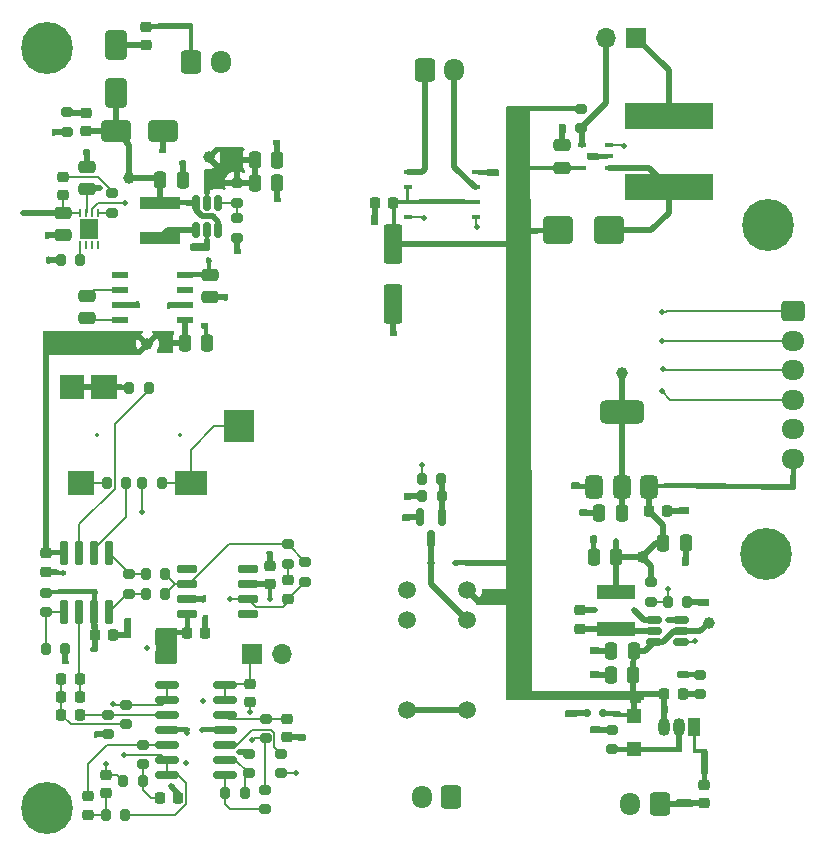
<source format=gtl>
%TF.GenerationSoftware,KiCad,Pcbnew,8.0.5*%
%TF.CreationDate,2025-03-29T03:18:47+03:00*%
%TF.ProjectId,PCB_FINAL_UPDATED,5043425f-4649-44e4-914c-5f5550444154,rev?*%
%TF.SameCoordinates,Original*%
%TF.FileFunction,Copper,L1,Top*%
%TF.FilePolarity,Positive*%
%FSLAX46Y46*%
G04 Gerber Fmt 4.6, Leading zero omitted, Abs format (unit mm)*
G04 Created by KiCad (PCBNEW 8.0.5) date 2025-03-29 03:18:47*
%MOMM*%
%LPD*%
G01*
G04 APERTURE LIST*
G04 Aperture macros list*
%AMRoundRect*
0 Rectangle with rounded corners*
0 $1 Rounding radius*
0 $2 $3 $4 $5 $6 $7 $8 $9 X,Y pos of 4 corners*
0 Add a 4 corners polygon primitive as box body*
4,1,4,$2,$3,$4,$5,$6,$7,$8,$9,$2,$3,0*
0 Add four circle primitives for the rounded corners*
1,1,$1+$1,$2,$3*
1,1,$1+$1,$4,$5*
1,1,$1+$1,$6,$7*
1,1,$1+$1,$8,$9*
0 Add four rect primitives between the rounded corners*
20,1,$1+$1,$2,$3,$4,$5,0*
20,1,$1+$1,$4,$5,$6,$7,0*
20,1,$1+$1,$6,$7,$8,$9,0*
20,1,$1+$1,$8,$9,$2,$3,0*%
G04 Aperture macros list end*
%TA.AperFunction,SMDPad,CuDef*%
%ADD10RoundRect,0.250000X-0.250000X-0.475000X0.250000X-0.475000X0.250000X0.475000X-0.250000X0.475000X0*%
%TD*%
%TA.AperFunction,SMDPad,CuDef*%
%ADD11C,1.000000*%
%TD*%
%TA.AperFunction,SMDPad,CuDef*%
%ADD12RoundRect,0.200000X0.275000X-0.200000X0.275000X0.200000X-0.275000X0.200000X-0.275000X-0.200000X0*%
%TD*%
%TA.AperFunction,SMDPad,CuDef*%
%ADD13RoundRect,0.218750X-0.256250X0.218750X-0.256250X-0.218750X0.256250X-0.218750X0.256250X0.218750X0*%
%TD*%
%TA.AperFunction,SMDPad,CuDef*%
%ADD14RoundRect,0.225000X0.225000X0.250000X-0.225000X0.250000X-0.225000X-0.250000X0.225000X-0.250000X0*%
%TD*%
%TA.AperFunction,SMDPad,CuDef*%
%ADD15R,7.500000X2.200000*%
%TD*%
%TA.AperFunction,SMDPad,CuDef*%
%ADD16R,3.300000X1.200000*%
%TD*%
%TA.AperFunction,SMDPad,CuDef*%
%ADD17RoundRect,0.150000X-0.725000X-0.150000X0.725000X-0.150000X0.725000X0.150000X-0.725000X0.150000X0*%
%TD*%
%TA.AperFunction,SMDPad,CuDef*%
%ADD18RoundRect,0.200000X0.200000X0.275000X-0.200000X0.275000X-0.200000X-0.275000X0.200000X-0.275000X0*%
%TD*%
%TA.AperFunction,SMDPad,CuDef*%
%ADD19RoundRect,0.200000X-0.200000X-0.275000X0.200000X-0.275000X0.200000X0.275000X-0.200000X0.275000X0*%
%TD*%
%TA.AperFunction,SMDPad,CuDef*%
%ADD20RoundRect,0.225000X0.250000X-0.225000X0.250000X0.225000X-0.250000X0.225000X-0.250000X-0.225000X0*%
%TD*%
%TA.AperFunction,ComponentPad*%
%ADD21C,0.700000*%
%TD*%
%TA.AperFunction,ComponentPad*%
%ADD22C,4.400000*%
%TD*%
%TA.AperFunction,SMDPad,CuDef*%
%ADD23RoundRect,0.250000X0.475000X-0.250000X0.475000X0.250000X-0.475000X0.250000X-0.475000X-0.250000X0*%
%TD*%
%TA.AperFunction,SMDPad,CuDef*%
%ADD24RoundRect,0.225000X-0.225000X-0.250000X0.225000X-0.250000X0.225000X0.250000X-0.225000X0.250000X0*%
%TD*%
%TA.AperFunction,SMDPad,CuDef*%
%ADD25RoundRect,0.250000X-0.475000X0.250000X-0.475000X-0.250000X0.475000X-0.250000X0.475000X0.250000X0*%
%TD*%
%TA.AperFunction,SMDPad,CuDef*%
%ADD26RoundRect,0.250000X0.250000X0.475000X-0.250000X0.475000X-0.250000X-0.475000X0.250000X-0.475000X0*%
%TD*%
%TA.AperFunction,SMDPad,CuDef*%
%ADD27RoundRect,0.250000X-1.000000X-0.900000X1.000000X-0.900000X1.000000X0.900000X-1.000000X0.900000X0*%
%TD*%
%TA.AperFunction,ComponentPad*%
%ADD28RoundRect,0.250000X-0.600000X-0.725000X0.600000X-0.725000X0.600000X0.725000X-0.600000X0.725000X0*%
%TD*%
%TA.AperFunction,ComponentPad*%
%ADD29O,1.700000X1.950000*%
%TD*%
%TA.AperFunction,SMDPad,CuDef*%
%ADD30R,0.254000X0.711200*%
%TD*%
%TA.AperFunction,SMDPad,CuDef*%
%ADD31R,1.549400X1.752600*%
%TD*%
%TA.AperFunction,SMDPad,CuDef*%
%ADD32RoundRect,0.218750X0.256250X-0.218750X0.256250X0.218750X-0.256250X0.218750X-0.256250X-0.218750X0*%
%TD*%
%TA.AperFunction,SMDPad,CuDef*%
%ADD33RoundRect,0.112500X0.187500X0.112500X-0.187500X0.112500X-0.187500X-0.112500X0.187500X-0.112500X0*%
%TD*%
%TA.AperFunction,SMDPad,CuDef*%
%ADD34RoundRect,0.200000X-0.275000X0.200000X-0.275000X-0.200000X0.275000X-0.200000X0.275000X0.200000X0*%
%TD*%
%TA.AperFunction,SMDPad,CuDef*%
%ADD35RoundRect,0.250000X0.650000X-1.000000X0.650000X1.000000X-0.650000X1.000000X-0.650000X-1.000000X0*%
%TD*%
%TA.AperFunction,SMDPad,CuDef*%
%ADD36RoundRect,0.075000X-0.225000X0.910000X-0.225000X-0.910000X0.225000X-0.910000X0.225000X0.910000X0*%
%TD*%
%TA.AperFunction,ComponentPad*%
%ADD37RoundRect,0.250000X0.600000X0.725000X-0.600000X0.725000X-0.600000X-0.725000X0.600000X-0.725000X0*%
%TD*%
%TA.AperFunction,SMDPad,CuDef*%
%ADD38RoundRect,0.150000X-0.150000X-0.200000X0.150000X-0.200000X0.150000X0.200000X-0.150000X0.200000X0*%
%TD*%
%TA.AperFunction,ComponentPad*%
%ADD39R,1.700000X1.700000*%
%TD*%
%TA.AperFunction,ComponentPad*%
%ADD40O,1.700000X1.700000*%
%TD*%
%TA.AperFunction,SMDPad,CuDef*%
%ADD41R,0.749300X0.406400*%
%TD*%
%TA.AperFunction,SMDPad,CuDef*%
%ADD42RoundRect,0.250000X-0.550000X1.412500X-0.550000X-1.412500X0.550000X-1.412500X0.550000X1.412500X0*%
%TD*%
%TA.AperFunction,SMDPad,CuDef*%
%ADD43RoundRect,0.110000X-1.590000X0.440000X-1.590000X-0.440000X1.590000X-0.440000X1.590000X0.440000X0*%
%TD*%
%TA.AperFunction,SMDPad,CuDef*%
%ADD44R,0.711200X0.431800*%
%TD*%
%TA.AperFunction,SMDPad,CuDef*%
%ADD45RoundRect,0.250000X-1.000000X-0.650000X1.000000X-0.650000X1.000000X0.650000X-1.000000X0.650000X0*%
%TD*%
%TA.AperFunction,SMDPad,CuDef*%
%ADD46RoundRect,0.150000X-0.150000X0.587500X-0.150000X-0.587500X0.150000X-0.587500X0.150000X0.587500X0*%
%TD*%
%TA.AperFunction,SMDPad,CuDef*%
%ADD47RoundRect,0.375000X0.375000X-0.625000X0.375000X0.625000X-0.375000X0.625000X-0.375000X-0.625000X0*%
%TD*%
%TA.AperFunction,SMDPad,CuDef*%
%ADD48RoundRect,0.500000X1.400000X-0.500000X1.400000X0.500000X-1.400000X0.500000X-1.400000X-0.500000X0*%
%TD*%
%TA.AperFunction,ComponentPad*%
%ADD49R,1.050000X1.500000*%
%TD*%
%TA.AperFunction,ComponentPad*%
%ADD50O,1.050000X1.500000*%
%TD*%
%TA.AperFunction,SMDPad,CuDef*%
%ADD51RoundRect,0.150000X0.150000X-0.512500X0.150000X0.512500X-0.150000X0.512500X-0.150000X-0.512500X0*%
%TD*%
%TA.AperFunction,SMDPad,CuDef*%
%ADD52R,1.460500X0.558800*%
%TD*%
%TA.AperFunction,SMDPad,CuDef*%
%ADD53RoundRect,0.218750X0.218750X0.256250X-0.218750X0.256250X-0.218750X-0.256250X0.218750X-0.256250X0*%
%TD*%
%TA.AperFunction,SMDPad,CuDef*%
%ADD54R,2.200000X2.100000*%
%TD*%
%TA.AperFunction,SMDPad,CuDef*%
%ADD55R,2.700000X2.100000*%
%TD*%
%TA.AperFunction,SMDPad,CuDef*%
%ADD56R,2.000000X2.100000*%
%TD*%
%TA.AperFunction,SMDPad,CuDef*%
%ADD57R,2.600000X2.700000*%
%TD*%
%TA.AperFunction,SMDPad,CuDef*%
%ADD58RoundRect,0.225000X-0.250000X0.225000X-0.250000X-0.225000X0.250000X-0.225000X0.250000X0.225000X0*%
%TD*%
%TA.AperFunction,SMDPad,CuDef*%
%ADD59RoundRect,0.150000X-0.825000X-0.150000X0.825000X-0.150000X0.825000X0.150000X-0.825000X0.150000X0*%
%TD*%
%TA.AperFunction,ComponentPad*%
%ADD60RoundRect,0.250000X-0.725000X0.600000X-0.725000X-0.600000X0.725000X-0.600000X0.725000X0.600000X0*%
%TD*%
%TA.AperFunction,ComponentPad*%
%ADD61O,1.950000X1.700000*%
%TD*%
%TA.AperFunction,ComponentPad*%
%ADD62C,1.498600*%
%TD*%
%TA.AperFunction,SMDPad,CuDef*%
%ADD63R,1.200000X1.200000*%
%TD*%
%TA.AperFunction,SMDPad,CuDef*%
%ADD64RoundRect,0.150000X-0.512500X-0.150000X0.512500X-0.150000X0.512500X0.150000X-0.512500X0.150000X0*%
%TD*%
%TA.AperFunction,ViaPad*%
%ADD65C,0.500000*%
%TD*%
%TA.AperFunction,Conductor*%
%ADD66C,0.152400*%
%TD*%
%TA.AperFunction,Conductor*%
%ADD67C,0.500000*%
%TD*%
%ADD68C,0.300000*%
%ADD69C,0.350000*%
G04 APERTURE END LIST*
D10*
%TO.P,C5,1*%
%TO.N,+5V*%
X54425000Y-61450000D03*
%TO.P,C5,2*%
%TO.N,GND*%
X56325000Y-61450000D03*
%TD*%
D11*
%TO.P,TP2,1,1*%
%TO.N,+5V*%
X50500000Y-61250000D03*
%TD*%
D12*
%TO.P,R28,1*%
%TO.N,Net-(D10-K)*%
X92141600Y-106677000D03*
%TO.P,R28,2*%
%TO.N,GND*%
X92141600Y-105027000D03*
%TD*%
D13*
%TO.P,F1,1*%
%TO.N,VBAT*%
X45200000Y-50162500D03*
%TO.P,F1,2*%
%TO.N,Net-(D1-A)*%
X45200000Y-51737500D03*
%TD*%
D10*
%TO.P,C1,1*%
%TO.N,3.6V*%
X46400000Y-63137500D03*
%TO.P,C1,2*%
%TO.N,GND*%
X48300000Y-63137500D03*
%TD*%
D12*
%TO.P,R20,1*%
%TO.N,/ANALOG CIRCUIT/MAO*%
X55250000Y-116425000D03*
%TO.P,R20,2*%
%TO.N,Net-(C17-Pad1)*%
X55250000Y-114775000D03*
%TD*%
D13*
%TO.P,D3,1,K*%
%TO.N,Net-(D3-K)*%
X40125000Y-57462500D03*
%TO.P,D3,2,A*%
%TO.N,3.6V*%
X40125000Y-59037500D03*
%TD*%
D14*
%TO.P,C19,1*%
%TO.N,GND*%
X47900000Y-115500000D03*
%TO.P,C19,2*%
%TO.N,Net-(C19-Pad2)*%
X46350000Y-115500000D03*
%TD*%
D15*
%TO.P,L3,1,1*%
%TO.N,Net-(D16-A)*%
X89441424Y-63769799D03*
%TO.P,L3,2,2*%
%TO.N,Net-(J8-Pin_1)*%
X89441424Y-57769799D03*
%TD*%
D16*
%TO.P,L1,1,1*%
%TO.N,Net-(U7-SW)*%
X84977000Y-101139200D03*
%TO.P,L1,2,2*%
%TO.N,+5VA*%
X84977000Y-98039200D03*
%TD*%
D17*
%TO.P,U2,1,VOS*%
%TO.N,unconnected-(U2-VOS-Pad1)*%
X48665000Y-96090000D03*
%TO.P,U2,2,-*%
%TO.N,/ANALOG CIRCUIT/RLI*%
X48665000Y-97360000D03*
%TO.P,U2,3,+*%
%TO.N,GND*%
X48665000Y-98630000D03*
%TO.P,U2,4,V-*%
%TO.N,-5V*%
X48665000Y-99900000D03*
%TO.P,U2,5,NC*%
%TO.N,unconnected-(U2-NC-Pad5)*%
X53815000Y-99900000D03*
%TO.P,U2,6*%
%TO.N,/ANALOG CIRCUIT/RLD*%
X53815000Y-98630000D03*
%TO.P,U2,7,V+*%
%TO.N,+5V*%
X53815000Y-97360000D03*
%TO.P,U2,8,VOS*%
%TO.N,unconnected-(U2-VOS-Pad8)*%
X53815000Y-96090000D03*
%TD*%
D18*
%TO.P,R32,1*%
%TO.N,Net-(Q2-B)*%
X70243200Y-89916000D03*
%TO.P,R32,2*%
%TO.N,GND*%
X68593200Y-89916000D03*
%TD*%
D12*
%TO.P,R22,1*%
%TO.N,Net-(C17-Pad1)*%
X55325000Y-110400000D03*
%TO.P,R22,2*%
%TO.N,Net-(U5D-+)*%
X55325000Y-108750000D03*
%TD*%
D19*
%TO.P,R11,1*%
%TO.N,Net-(J3-Pad1)*%
X41875000Y-88800000D03*
%TO.P,R11,2*%
%TO.N,/ANALOG CIRCUIT/RA*%
X43525000Y-88800000D03*
%TD*%
D12*
%TO.P,R25,1*%
%TO.N,Net-(C19-Pad2)*%
X44925000Y-112625000D03*
%TO.P,R25,2*%
%TO.N,Net-(U5B-+)*%
X44925000Y-110975000D03*
%TD*%
D20*
%TO.P,C26,1*%
%TO.N,Net-(U7-SW)*%
X81956200Y-101140600D03*
%TO.P,C26,2*%
%TO.N,Net-(U7-VBST)*%
X81956200Y-99590600D03*
%TD*%
D21*
%TO.P,H2,1,1*%
%TO.N,GND*%
X35150000Y-116300000D03*
X35633274Y-115133274D03*
X35633274Y-117466726D03*
X36800000Y-114650000D03*
D22*
X36800000Y-116300000D03*
D21*
X36800000Y-117950000D03*
X37966726Y-115133274D03*
X37966726Y-117466726D03*
X38450000Y-116300000D03*
%TD*%
D23*
%TO.P,C3,1*%
%TO.N,VBAT*%
X40200000Y-63950000D03*
%TO.P,C3,2*%
%TO.N,GND*%
X40200000Y-62050000D03*
%TD*%
D21*
%TO.P,H3,1,1*%
%TO.N,GND*%
X96250000Y-66950000D03*
X96733274Y-65783274D03*
X96733274Y-68116726D03*
X97900000Y-65300000D03*
D22*
X97900000Y-66950000D03*
D21*
X97900000Y-68600000D03*
X99066726Y-65783274D03*
X99066726Y-68116726D03*
X99550000Y-66950000D03*
%TD*%
D24*
%TO.P,C9,1*%
%TO.N,-5V*%
X48665000Y-101470000D03*
%TO.P,C9,2*%
%TO.N,GND*%
X50215000Y-101470000D03*
%TD*%
D25*
%TO.P,C34,1*%
%TO.N,GND*%
X80449824Y-60223399D03*
%TO.P,C34,2*%
%TO.N,+12V*%
X80449824Y-62123399D03*
%TD*%
D26*
%TO.P,C25,1*%
%TO.N,+12V*%
X86477000Y-103039200D03*
%TO.P,C25,2*%
%TO.N,GND*%
X84577000Y-103039200D03*
%TD*%
D27*
%TO.P,D16,1,K*%
%TO.N,+12V*%
X80114424Y-67430399D03*
%TO.P,D16,2,A*%
%TO.N,Net-(D16-A)*%
X84414424Y-67430399D03*
%TD*%
D28*
%TO.P,J5,1,Pin_1*%
%TO.N,OUT1*%
X68797800Y-53822600D03*
D29*
%TO.P,J5,2,Pin_2*%
%TO.N,OUT2*%
X71297800Y-53822600D03*
%TD*%
D10*
%TO.P,C28,1*%
%TO.N,+5VA*%
X88981800Y-93863200D03*
%TO.P,C28,2*%
%TO.N,GND*%
X90881800Y-93863200D03*
%TD*%
D12*
%TO.P,R7,1*%
%TO.N,/ANALOG CIRCUIT/RLD*%
X58665000Y-97160000D03*
%TO.P,R7,2*%
%TO.N,/ANALOG CIRCUIT/RLI*%
X58665000Y-95510000D03*
%TD*%
D30*
%TO.P,E1,1*%
%TO.N,Net-(E1-Pad1)*%
X41150002Y-65950000D03*
%TO.P,E1,2*%
%TO.N,GND*%
X40650001Y-65950000D03*
%TO.P,E1,3*%
%TO.N,VBAT*%
X40150001Y-65950000D03*
%TO.P,E1,4*%
%TO.N,+5VA*%
X39650000Y-65950000D03*
%TO.P,E1,5*%
%TO.N,PROG*%
X39650000Y-68642400D03*
%TO.P,E1,6*%
%TO.N,unconnected-(E1-Pad6)*%
X40150001Y-68642400D03*
%TO.P,E1,7*%
%TO.N,unconnected-(E1-Pad7)*%
X40650001Y-68642400D03*
%TO.P,E1,8*%
%TO.N,unconnected-(E1-Pad8)*%
X41150002Y-68642400D03*
D31*
%TO.P,E1,9*%
%TO.N,unconnected-(E1-Pad9)*%
X40400001Y-67296200D03*
%TD*%
D32*
%TO.P,F3,1*%
%TO.N,Net-(J4-Pin_1)*%
X92482600Y-115937500D03*
%TO.P,F3,2*%
%TO.N,Net-(Q1-D)*%
X92482600Y-114362500D03*
%TD*%
D33*
%TO.P,D15,1,K*%
%TO.N,+12V*%
X71433400Y-95554800D03*
%TO.P,D15,2,A*%
%TO.N,Net-(D15-A)*%
X69333400Y-95554800D03*
%TD*%
D34*
%TO.P,R3,1*%
%TO.N,Net-(D3-K)*%
X38525000Y-57425000D03*
%TO.P,R3,2*%
%TO.N,GND*%
X38525000Y-59075000D03*
%TD*%
D20*
%TO.P,C7,1*%
%TO.N,+5V*%
X55690000Y-97370000D03*
%TO.P,C7,2*%
%TO.N,GND*%
X55690000Y-95820000D03*
%TD*%
%TO.P,C20,1*%
%TO.N,Net-(C18-Pad2)*%
X40300000Y-116900000D03*
%TO.P,C20,2*%
%TO.N,Net-(U5B-+)*%
X40300000Y-115350000D03*
%TD*%
D11*
%TO.P,TP4,1,1*%
%TO.N,+12V*%
X92827400Y-100645000D03*
%TD*%
D34*
%TO.P,R4,1*%
%TO.N,Net-(D4-K)*%
X42300001Y-64296200D03*
%TO.P,R4,2*%
%TO.N,Net-(E1-Pad1)*%
X42300001Y-65946200D03*
%TD*%
D19*
%TO.P,R29,1*%
%TO.N,Net-(U7-VFB)*%
X89386200Y-98892400D03*
%TO.P,R29,2*%
%TO.N,GND*%
X91036200Y-98892400D03*
%TD*%
D12*
%TO.P,R30,1*%
%TO.N,Net-(U7-VFB)*%
X87976000Y-98879200D03*
%TO.P,R30,2*%
%TO.N,+5VA*%
X87976000Y-97229200D03*
%TD*%
D35*
%TO.P,D1,1,K*%
%TO.N,3.6V*%
X42625000Y-55750000D03*
%TO.P,D1,2,A*%
%TO.N,Net-(D1-A)*%
X42625000Y-51750000D03*
%TD*%
D19*
%TO.P,R31,1*%
%TO.N,FAN_C*%
X68567800Y-88442800D03*
%TO.P,R31,2*%
%TO.N,Net-(Q2-B)*%
X70217800Y-88442800D03*
%TD*%
D36*
%TO.P,U6,1,RG*%
%TO.N,/ANALOG CIRCUIT/RG1*%
X42105000Y-94765000D03*
%TO.P,U6,2,IN-*%
%TO.N,/ANALOG CIRCUIT/RA*%
X40835000Y-94765000D03*
%TO.P,U6,3,IN+*%
%TO.N,/ANALOG CIRCUIT/LA*%
X39565000Y-94765000D03*
%TO.P,U6,4,V-*%
%TO.N,-5V*%
X38295000Y-94765000D03*
%TO.P,U6,5,REF*%
%TO.N,Net-(U6-REF)*%
X38295000Y-99705000D03*
%TO.P,U6,6,OUT*%
%TO.N,/ANALOG CIRCUIT/IAF_O*%
X39565000Y-99705000D03*
%TO.P,U6,7,V+*%
%TO.N,+5V*%
X40835000Y-99705000D03*
%TO.P,U6,8,RG*%
%TO.N,/ANALOG CIRCUIT/RG2*%
X42105000Y-99705000D03*
%TD*%
D21*
%TO.P,H4,1,1*%
%TO.N,GND*%
X96050000Y-94800000D03*
X96533274Y-93633274D03*
X96533274Y-95966726D03*
X97700000Y-93150000D03*
D22*
X97700000Y-94800000D03*
D21*
X97700000Y-96450000D03*
X98866726Y-93633274D03*
X98866726Y-95966726D03*
X99350000Y-94800000D03*
%TD*%
D37*
%TO.P,J6,1,Pin_1*%
%TO.N,GND*%
X71054600Y-115390000D03*
D29*
%TO.P,J6,2,Pin_2*%
%TO.N,Net-(J6-Pin_2)*%
X68554600Y-115390000D03*
%TD*%
D26*
%TO.P,C30,1*%
%TO.N,+3.3V*%
X85461400Y-91374000D03*
%TO.P,C30,2*%
%TO.N,GND*%
X83561400Y-91374000D03*
%TD*%
D38*
%TO.P,D9,1,K*%
%TO.N,+12V*%
X83907600Y-108301000D03*
%TO.P,D9,2,A*%
%TO.N,GND*%
X82507600Y-108301000D03*
%TD*%
D39*
%TO.P,J7,1,Pin_1*%
%TO.N,ECG_I*%
X54135000Y-103250000D03*
D40*
%TO.P,J7,2,Pin_2*%
%TO.N,GND*%
X56675000Y-103250000D03*
%TD*%
D24*
%TO.P,C15,1*%
%TO.N,Net-(C13-Pad2)*%
X38025000Y-108425000D03*
%TO.P,C15,2*%
%TO.N,Net-(U5A-+)*%
X39575000Y-108425000D03*
%TD*%
D41*
%TO.P,U10,1,SW*%
%TO.N,Net-(D16-A)*%
X84428374Y-62100000D03*
%TO.P,U10,2,GND*%
%TO.N,GND*%
X84428374Y-61149999D03*
%TO.P,U10,3,CTRL*%
%TO.N,LED_PWM*%
X84428374Y-60199998D03*
%TO.P,U10,4,SET*%
%TO.N,Net-(J8-Pin_2)*%
X82078874Y-60199998D03*
%TO.P,U10,5,VIN*%
%TO.N,+12V*%
X82078874Y-62100000D03*
%TD*%
D12*
%TO.P,R1,1*%
%TO.N,Net-(U1-V_{FB})*%
X52875000Y-65062500D03*
%TO.P,R1,2*%
%TO.N,+5V*%
X52875000Y-63412500D03*
%TD*%
D42*
%TO.P,C32,1*%
%TO.N,+12V*%
X66141600Y-68605400D03*
%TO.P,C32,2*%
%TO.N,GND*%
X66141600Y-73680400D03*
%TD*%
D34*
%TO.P,R18,1*%
%TO.N,GND*%
X53900000Y-111725000D03*
%TO.P,R18,2*%
%TO.N,Net-(U5C--)*%
X53900000Y-113375000D03*
%TD*%
D24*
%TO.P,C29,1*%
%TO.N,+5VA*%
X87759800Y-91170800D03*
%TO.P,C29,2*%
%TO.N,GND*%
X89309800Y-91170800D03*
%TD*%
D39*
%TO.P,J8,1,Pin_1*%
%TO.N,Net-(J8-Pin_1)*%
X86720600Y-51115200D03*
D40*
%TO.P,J8,2,Pin_2*%
%TO.N,Net-(J8-Pin_2)*%
X84180600Y-51115200D03*
%TD*%
D26*
%TO.P,C24,1*%
%TO.N,+12V*%
X86452000Y-105039200D03*
%TO.P,C24,2*%
%TO.N,GND*%
X84552000Y-105039200D03*
%TD*%
D43*
%TO.P,L2,1,1*%
%TO.N,3.6V*%
X46375000Y-65062500D03*
%TO.P,L2,2,2*%
%TO.N,Net-(U1-SW)*%
X46375000Y-68062500D03*
%TD*%
D23*
%TO.P,C10,1*%
%TO.N,GND*%
X50600850Y-73085000D03*
%TO.P,C10,2*%
%TO.N,+5V*%
X50600850Y-71185000D03*
%TD*%
D12*
%TO.P,R15,1*%
%TO.N,Net-(U6-REF)*%
X36700000Y-99760000D03*
%TO.P,R15,2*%
%TO.N,+5V*%
X36700000Y-98110000D03*
%TD*%
D44*
%TO.P,U9,1,OUT1*%
%TO.N,OUT1*%
X67386200Y-62509400D03*
%TO.P,U9,2,VCC*%
%TO.N,+12V*%
X67386200Y-63779400D03*
%TO.P,U9,3,VCC*%
X67386200Y-65049400D03*
%TO.P,U9,4,FIN*%
%TO.N,FIN*%
X67386200Y-66319400D03*
%TO.P,U9,5,RIN*%
%TO.N,RIN*%
X73177400Y-66319400D03*
%TO.P,U9,6,VREF*%
%TO.N,+12V*%
X73177400Y-65049400D03*
%TO.P,U9,7,OUT2*%
%TO.N,OUT2*%
X73177400Y-63779400D03*
%TO.P,U9,8,GND*%
%TO.N,GND*%
X73177400Y-62509400D03*
%TD*%
D18*
%TO.P,R14,1*%
%TO.N,/ANALOG CIRCUIT/RLI*%
X46840000Y-96555000D03*
%TO.P,R14,2*%
%TO.N,/ANALOG CIRCUIT/RG1*%
X45190000Y-96555000D03*
%TD*%
%TO.P,R5,1*%
%TO.N,PROG*%
X39650000Y-69925000D03*
%TO.P,R5,2*%
%TO.N,GND*%
X38000000Y-69925000D03*
%TD*%
D14*
%TO.P,C13,1*%
%TO.N,/ANALOG CIRCUIT/IAF_O*%
X39575000Y-106925000D03*
%TO.P,C13,2*%
%TO.N,Net-(C13-Pad2)*%
X38025000Y-106925000D03*
%TD*%
D10*
%TO.P,C4,1*%
%TO.N,+5V*%
X54425000Y-63425000D03*
%TO.P,C4,2*%
%TO.N,GND*%
X56325000Y-63425000D03*
%TD*%
D18*
%TO.P,R10,1*%
%TO.N,Net-(J3-Pad3)*%
X46525000Y-88800000D03*
%TO.P,R10,2*%
%TO.N,/ANALOG CIRCUIT/RLD*%
X44875000Y-88800000D03*
%TD*%
D45*
%TO.P,D2,1,A1*%
%TO.N,3.6V*%
X42625000Y-59050000D03*
%TO.P,D2,2,A2*%
%TO.N,GND*%
X46625000Y-59050000D03*
%TD*%
D20*
%TO.P,C6,1*%
%TO.N,/ANALOG CIRCUIT/RLD*%
X57190000Y-98610000D03*
%TO.P,C6,2*%
%TO.N,Net-(C6-Pad2)*%
X57190000Y-97060000D03*
%TD*%
D12*
%TO.P,R13,1*%
%TO.N,/ANALOG CIRCUIT/RG2*%
X43765000Y-98205000D03*
%TO.P,R13,2*%
%TO.N,/ANALOG CIRCUIT/RG1*%
X43765000Y-96555000D03*
%TD*%
D14*
%TO.P,C31,1*%
%TO.N,+12V*%
X66141600Y-65125600D03*
%TO.P,C31,2*%
%TO.N,GND*%
X64591600Y-65125600D03*
%TD*%
D46*
%TO.P,Q2,1,B*%
%TO.N,Net-(Q2-B)*%
X70292000Y-91698600D03*
%TO.P,Q2,2,E*%
%TO.N,GND*%
X68392000Y-91698600D03*
%TO.P,Q2,3,C*%
%TO.N,Net-(D15-A)*%
X69342000Y-93573600D03*
%TD*%
D47*
%TO.P,U8,1,GND*%
%TO.N,GND*%
X83172800Y-89113400D03*
%TO.P,U8,2,VO*%
%TO.N,+3.3V*%
X85472800Y-89113400D03*
D48*
X85472800Y-82813400D03*
D47*
%TO.P,U8,3,VI*%
%TO.N,+5VA*%
X87772800Y-89113400D03*
%TD*%
D14*
%TO.P,C14,1*%
%TO.N,/ANALOG CIRCUIT/IAF_O*%
X39575000Y-105400000D03*
%TO.P,C14,2*%
%TO.N,Net-(C13-Pad2)*%
X38025000Y-105400000D03*
%TD*%
D49*
%TO.P,Q1,1,D*%
%TO.N,Net-(Q1-D)*%
X91627600Y-109491000D03*
D50*
%TO.P,Q1,2,G*%
%TO.N,Net-(D8-A)*%
X90357600Y-109491000D03*
%TO.P,Q1,3,S*%
%TO.N,+12V*%
X89087600Y-109491000D03*
%TD*%
D51*
%TO.P,U1,1,SW*%
%TO.N,Net-(U1-SW)*%
X49425000Y-67350000D03*
%TO.P,U1,2,GND*%
%TO.N,GND*%
X50375000Y-67350000D03*
%TO.P,U1,3,EN*%
%TO.N,3.6V*%
X51325000Y-67350000D03*
%TO.P,U1,4,V_{FB}*%
%TO.N,Net-(U1-V_{FB})*%
X51325000Y-65075000D03*
%TO.P,U1,5,V_{OUT}*%
%TO.N,+5V*%
X50375000Y-65075000D03*
%TO.P,U1,6,V_{IN}*%
%TO.N,3.6V*%
X49425000Y-65075000D03*
%TD*%
D19*
%TO.P,R24,1*%
%TO.N,/ANALOG CIRCUIT/HPF_O*%
X43275000Y-114075000D03*
%TO.P,R24,2*%
%TO.N,Net-(C19-Pad2)*%
X44925000Y-114075000D03*
%TD*%
D12*
%TO.P,R27,1*%
%TO.N,Net-(D8-A)*%
X84657600Y-111351000D03*
%TO.P,R27,2*%
%TO.N,GND*%
X84657600Y-109701000D03*
%TD*%
D28*
%TO.P,J1,1,Pin_1*%
%TO.N,VBAT*%
X49025000Y-53150000D03*
D29*
%TO.P,J1,2,Pin_2*%
%TO.N,GND*%
X51525000Y-53150000D03*
%TD*%
D52*
%TO.P,U3,1,NC*%
%TO.N,unconnected-(U3-NC-Pad1)*%
X43025850Y-71195000D03*
%TO.P,U3,2,C1+*%
%TO.N,Net-(U3-C1+)*%
X43025850Y-72465000D03*
%TO.P,U3,3,GND*%
%TO.N,GND*%
X43025850Y-73735000D03*
%TO.P,U3,4,C1-*%
%TO.N,Net-(U3-C1-)*%
X43025850Y-75005000D03*
%TO.P,U3,5,OUT*%
%TO.N,-5V*%
X48474150Y-75005000D03*
%TO.P,U3,6,LV*%
%TO.N,GND*%
X48474150Y-73735000D03*
%TO.P,U3,7,OSC*%
%TO.N,unconnected-(U3-OSC-Pad7)*%
X48474150Y-72465000D03*
%TO.P,U3,8,V+*%
%TO.N,+5V*%
X48474150Y-71195000D03*
%TD*%
D24*
%TO.P,C21,1*%
%TO.N,+5V*%
X40850000Y-101685000D03*
%TO.P,C21,2*%
%TO.N,GND*%
X42400000Y-101685000D03*
%TD*%
D53*
%TO.P,D10,1,K*%
%TO.N,Net-(D10-K)*%
X90643100Y-106664800D03*
%TO.P,D10,2,A*%
%TO.N,+12V*%
X89068100Y-106664800D03*
%TD*%
D12*
%TO.P,R2,1*%
%TO.N,GND*%
X52875000Y-68062500D03*
%TO.P,R2,2*%
%TO.N,Net-(U1-V_{FB})*%
X52875000Y-66412500D03*
%TD*%
D11*
%TO.P,TP1,1,1*%
%TO.N,3.6V*%
X43775000Y-62975000D03*
%TD*%
D37*
%TO.P,J4,1,Pin_1*%
%TO.N,Net-(J4-Pin_1)*%
X88707600Y-115951000D03*
D29*
%TO.P,J4,2,Pin_2*%
%TO.N,GND*%
X86207600Y-115951000D03*
%TD*%
D54*
%TO.P,J3,1,1*%
%TO.N,Net-(J3-Pad1)*%
X39703500Y-88818500D03*
%TO.P,J3,2,2*%
%TO.N,Net-(J3-Pad2)*%
X41603500Y-80718500D03*
D55*
%TO.P,J3,3,3*%
%TO.N,Net-(J3-Pad3)*%
X49003500Y-88818500D03*
D56*
%TO.P,J3,4,4*%
%TO.N,Net-(J3-Pad2)*%
X38903500Y-80718500D03*
D57*
%TO.P,J3,5,5*%
%TO.N,Net-(J3-Pad3)*%
X53103500Y-84018500D03*
%TD*%
D20*
%TO.P,C17,1*%
%TO.N,Net-(C17-Pad1)*%
X53975000Y-107375000D03*
%TO.P,C17,2*%
%TO.N,ECG_I*%
X53975000Y-105825000D03*
%TD*%
D58*
%TO.P,C22,1*%
%TO.N,-5V*%
X36725000Y-94760000D03*
%TO.P,C22,2*%
%TO.N,GND*%
X36725000Y-96310000D03*
%TD*%
D18*
%TO.P,R19,1*%
%TO.N,Net-(U5C--)*%
X53550000Y-115025000D03*
%TO.P,R19,2*%
%TO.N,/ANALOG CIRCUIT/MAO*%
X51900000Y-115025000D03*
%TD*%
D11*
%TO.P,TP6,1,1*%
%TO.N,-5V*%
X45325850Y-77035000D03*
%TD*%
D19*
%TO.P,R12,1*%
%TO.N,/ANALOG CIRCUIT/RG2*%
X45190000Y-98205000D03*
%TO.P,R12,2*%
%TO.N,/ANALOG CIRCUIT/RLI*%
X46840000Y-98205000D03*
%TD*%
D26*
%TO.P,C27,1*%
%TO.N,+5VA*%
X84989000Y-95107800D03*
%TO.P,C27,2*%
%TO.N,GND*%
X83089000Y-95107800D03*
%TD*%
D13*
%TO.P,D4,1,K*%
%TO.N,Net-(D4-K)*%
X38175001Y-62883700D03*
%TO.P,D4,2,A*%
%TO.N,+5VA*%
X38175001Y-64458700D03*
%TD*%
D12*
%TO.P,R8,1*%
%TO.N,Net-(C6-Pad2)*%
X57190000Y-95660000D03*
%TO.P,R8,2*%
%TO.N,/ANALOG CIRCUIT/RLI*%
X57190000Y-94010000D03*
%TD*%
D58*
%TO.P,C18,1*%
%TO.N,/ANALOG CIRCUIT/HPF_O*%
X41775000Y-113525000D03*
%TO.P,C18,2*%
%TO.N,Net-(C18-Pad2)*%
X41775000Y-115075000D03*
%TD*%
D59*
%TO.P,U5,1*%
%TO.N,/ANALOG CIRCUIT/HPF_O*%
X46950000Y-105890000D03*
%TO.P,U5,2,-*%
X46950000Y-107160000D03*
%TO.P,U5,3,+*%
%TO.N,Net-(U5A-+)*%
X46950000Y-108430000D03*
%TO.P,U5,4,V+*%
%TO.N,+5V*%
X46950000Y-109700000D03*
%TO.P,U5,5,+*%
%TO.N,Net-(U5B-+)*%
X46950000Y-110970000D03*
%TO.P,U5,6,-*%
%TO.N,/ANALOG CIRCUIT/NFO*%
X46950000Y-112240000D03*
%TO.P,U5,7*%
X46950000Y-113510000D03*
%TO.P,U5,8*%
%TO.N,/ANALOG CIRCUIT/MAO*%
X51900000Y-113510000D03*
%TO.P,U5,9,-*%
%TO.N,Net-(U5C--)*%
X51900000Y-112240000D03*
%TO.P,U5,10,+*%
%TO.N,Net-(U5C-+)*%
X51900000Y-110970000D03*
%TO.P,U5,11,V-*%
%TO.N,-5V*%
X51900000Y-109700000D03*
%TO.P,U5,12,+*%
%TO.N,Net-(U5D-+)*%
X51900000Y-108430000D03*
%TO.P,U5,13,-*%
%TO.N,ECG_I*%
X51900000Y-107160000D03*
%TO.P,U5,14*%
X51900000Y-105890000D03*
%TD*%
D20*
%TO.P,C16,1*%
%TO.N,GND*%
X57100000Y-110350000D03*
%TO.P,C16,2*%
%TO.N,Net-(U5D-+)*%
X57100000Y-108800000D03*
%TD*%
D25*
%TO.P,C2,1*%
%TO.N,+5VA*%
X38175001Y-65946200D03*
%TO.P,C2,2*%
%TO.N,GND*%
X38175001Y-67846200D03*
%TD*%
D12*
%TO.P,R23,1*%
%TO.N,Net-(C13-Pad2)*%
X43500000Y-109225000D03*
%TO.P,R23,2*%
%TO.N,/ANALOG CIRCUIT/HPF_O*%
X43500000Y-107575000D03*
%TD*%
D19*
%TO.P,R16,1*%
%TO.N,Net-(U6-REF)*%
X36715000Y-102900000D03*
%TO.P,R16,2*%
%TO.N,GND*%
X38365000Y-102900000D03*
%TD*%
D25*
%TO.P,C8,1*%
%TO.N,Net-(U3-C1+)*%
X40200000Y-72950000D03*
%TO.P,C8,2*%
%TO.N,Net-(U3-C1-)*%
X40200000Y-74850000D03*
%TD*%
D12*
%TO.P,R17,1*%
%TO.N,/ANALOG CIRCUIT/NFO*%
X56650000Y-113400000D03*
%TO.P,R17,2*%
%TO.N,Net-(U5C-+)*%
X56650000Y-111750000D03*
%TD*%
D19*
%TO.P,R26,1*%
%TO.N,Net-(C18-Pad2)*%
X41775000Y-116925000D03*
%TO.P,R26,2*%
%TO.N,/ANALOG CIRCUIT/NFO*%
X43425000Y-116925000D03*
%TD*%
%TO.P,R9,1*%
%TO.N,Net-(J3-Pad2)*%
X43775000Y-80725000D03*
%TO.P,R9,2*%
%TO.N,/ANALOG CIRCUIT/LA*%
X45425000Y-80725000D03*
%TD*%
D12*
%TO.P,R21,1*%
%TO.N,GND*%
X42025000Y-110100000D03*
%TO.P,R21,2*%
%TO.N,Net-(U5A-+)*%
X42025000Y-108450000D03*
%TD*%
D60*
%TO.P,J2,1,Pin_1*%
%TO.N,RIN*%
X99949000Y-74277200D03*
D61*
%TO.P,J2,2,Pin_2*%
%TO.N,FIN*%
X99949000Y-76777200D03*
%TO.P,J2,3,Pin_3*%
%TO.N,LED_PWM*%
X99949000Y-79277200D03*
%TO.P,J2,4,Pin_4*%
%TO.N,FAN_C*%
X99949000Y-81777200D03*
%TO.P,J2,5,Pin_5*%
%TO.N,GND*%
X99949000Y-84277200D03*
%TO.P,J2,6,Pin_6*%
%TO.N,+5VA*%
X99949000Y-86777200D03*
%TD*%
D21*
%TO.P,H1,1,1*%
%TO.N,GND*%
X35200000Y-52000000D03*
X35683274Y-50833274D03*
X35683274Y-53166726D03*
X36850000Y-50350000D03*
D22*
X36850000Y-52000000D03*
D21*
X36850000Y-53650000D03*
X38016726Y-50833274D03*
X38016726Y-53166726D03*
X38500000Y-52000000D03*
%TD*%
D11*
%TO.P,TP3,1,1*%
%TO.N,+5VA*%
X87163200Y-95057000D03*
%TD*%
D62*
%TO.P,K1,1,1*%
%TO.N,unconnected-(K1-Pad1)*%
X67335400Y-97891600D03*
%TO.P,K1,2,2*%
%TO.N,+12V*%
X67335400Y-100431600D03*
%TO.P,K1,5,5*%
%TO.N,Net-(J6-Pin_2)*%
X67335400Y-108051600D03*
%TO.P,K1,6,6*%
X72415400Y-108051600D03*
%TO.P,K1,9,9*%
%TO.N,Net-(D15-A)*%
X72415400Y-100431600D03*
%TO.P,K1,10,10*%
%TO.N,+12V*%
X72415400Y-97891600D03*
%TD*%
D11*
%TO.P,TP5,1,1*%
%TO.N,+3.3V*%
X85461400Y-79461400D03*
%TD*%
D63*
%TO.P,D8,1,K*%
%TO.N,+12V*%
X86507600Y-108551000D03*
%TO.P,D8,2,A*%
%TO.N,Net-(D8-A)*%
X86507600Y-111351000D03*
%TD*%
D34*
%TO.P,R33,1*%
%TO.N,+12V*%
X82050024Y-57122599D03*
%TO.P,R33,2*%
%TO.N,Net-(J8-Pin_2)*%
X82050024Y-58772599D03*
%TD*%
D26*
%TO.P,C35,1*%
%TO.N,GND*%
X50375850Y-76960000D03*
%TO.P,C35,2*%
%TO.N,-5V*%
X48475850Y-76960000D03*
%TD*%
D64*
%TO.P,U7,1,GND*%
%TO.N,GND*%
X88227000Y-100389200D03*
%TO.P,U7,2,SW*%
%TO.N,Net-(U7-SW)*%
X88227000Y-101339200D03*
%TO.P,U7,3,VIN*%
%TO.N,+12V*%
X88227000Y-102289200D03*
%TO.P,U7,4,VFB*%
%TO.N,Net-(U7-VFB)*%
X90502000Y-102289200D03*
%TO.P,U7,5,EN*%
%TO.N,+12V*%
X90502000Y-101339200D03*
%TO.P,U7,6,VBST*%
%TO.N,Net-(U7-VBST)*%
X90502000Y-100389200D03*
%TD*%
D65*
%TO.N,VBAT*%
X41300000Y-63800000D03*
%TO.N,+5V*%
X45300000Y-102750000D03*
X52900000Y-62000000D03*
X50500000Y-70000000D03*
X55700000Y-98600000D03*
X51000000Y-62700000D03*
X40850000Y-102750000D03*
X52900000Y-61100000D03*
X51000000Y-63600000D03*
X48700000Y-109950000D03*
%TO.N,/ANALOG CIRCUIT/RLD*%
X52300000Y-98600000D03*
X44900000Y-91300000D03*
%TO.N,-5V*%
X46900000Y-103850000D03*
X36750000Y-92050000D03*
X47600000Y-101400000D03*
X46200000Y-101400000D03*
X46200000Y-103850000D03*
X46900000Y-101400000D03*
X47600000Y-103850000D03*
X36750000Y-92925000D03*
X49950000Y-109700000D03*
%TO.N,Net-(C17-Pad1)*%
X54000000Y-108223800D03*
X54200000Y-110600000D03*
%TO.N,/ANALOG CIRCUIT/HPF_O*%
X41800000Y-112600000D03*
X42400000Y-107500000D03*
%TO.N,Net-(U7-VBST)*%
X89400000Y-100400000D03*
X83200000Y-99600000D03*
%TO.N,GND*%
X55700000Y-94800000D03*
X38350000Y-103900000D03*
X37000000Y-69900000D03*
X50040000Y-98750000D03*
X86550000Y-99600000D03*
X48330000Y-61760000D03*
X81000000Y-108320000D03*
X74800000Y-62530000D03*
X38200000Y-96450000D03*
X64570000Y-66650000D03*
X83100000Y-109720000D03*
X80430000Y-58700000D03*
X83050000Y-105070000D03*
X56300000Y-60000000D03*
X50200000Y-75500000D03*
X37460000Y-59070000D03*
X43400000Y-65100000D03*
X83050000Y-103020000D03*
X47250000Y-73750000D03*
X49200000Y-68800000D03*
X90500000Y-105020000D03*
X50000000Y-107280000D03*
X53100000Y-111600000D03*
X50200000Y-100210000D03*
X83080000Y-93550000D03*
X82200000Y-91320000D03*
X51900000Y-73100000D03*
X36900000Y-67800000D03*
X90870000Y-95500000D03*
X58450000Y-110380000D03*
X48550000Y-112500000D03*
X40200000Y-60800000D03*
X82800000Y-61170000D03*
X92600000Y-98880000D03*
X67200000Y-91750000D03*
X67350000Y-89950000D03*
X46600000Y-60600000D03*
X66150000Y-76100000D03*
X47300000Y-114500000D03*
X90900000Y-91130000D03*
X56300000Y-64800000D03*
X44400000Y-73750000D03*
X52900000Y-69200000D03*
X81500000Y-89050000D03*
X41050000Y-110100000D03*
X43700000Y-100500000D03*
%TO.N,FIN*%
X68750000Y-66350000D03*
X88900000Y-76800000D03*
%TO.N,LED_PWM*%
X88950000Y-79150000D03*
X85700000Y-60250000D03*
%TO.N,RIN*%
X73200000Y-67150000D03*
X88900000Y-74300000D03*
%TO.N,FAN_C*%
X88850000Y-81050000D03*
X68600000Y-87300000D03*
%TO.N,/ANALOG CIRCUIT/NFO*%
X57900000Y-113400000D03*
X43300000Y-111800000D03*
%TO.N,Net-(U7-VFB)*%
X89400000Y-97800000D03*
X91700000Y-102200000D03*
%TO.N,+5VA*%
X34750000Y-65950000D03*
X85000000Y-93750000D03*
%TD*%
D66*
%TO.N,Net-(U3-C1+)*%
X40685000Y-72465000D02*
X40200000Y-72950000D01*
X43025850Y-72465000D02*
X40685000Y-72465000D01*
D67*
%TO.N,3.6V*%
X42625000Y-55750000D02*
X42625000Y-59050000D01*
X50874999Y-66237500D02*
X51325000Y-66687501D01*
X40125000Y-59037500D02*
X42612500Y-59037500D01*
X49925001Y-66237500D02*
X50874999Y-66237500D01*
X51325000Y-66687501D02*
X51325000Y-67350000D01*
X46237500Y-62975000D02*
X46400000Y-63137500D01*
X43775000Y-62975000D02*
X43775000Y-60200000D01*
X49425000Y-65737499D02*
X49925001Y-66237500D01*
X49425000Y-65075000D02*
X49425000Y-65737499D01*
X42612500Y-59037500D02*
X42625000Y-59050000D01*
X43775000Y-60200000D02*
X42625000Y-59050000D01*
X43775000Y-62975000D02*
X46237500Y-62975000D01*
D66*
%TO.N,Net-(U3-C1-)*%
X43025850Y-75005000D02*
X40355000Y-75005000D01*
X40355000Y-75005000D02*
X40200000Y-74850000D01*
D67*
%TO.N,VBAT*%
X41300000Y-63800000D02*
X40350000Y-63800000D01*
X40350000Y-63800000D02*
X40200000Y-63950000D01*
D66*
X40200000Y-63950000D02*
X40200000Y-65900001D01*
X40200000Y-65900001D02*
X40150001Y-65950000D01*
%TO.N,/ANALOG CIRCUIT/RLD*%
X56800000Y-99300000D02*
X57190000Y-98910000D01*
X54485000Y-99300000D02*
X56800000Y-99300000D01*
X57190000Y-98910000D02*
X57190000Y-98610000D01*
X52300000Y-98600000D02*
X52330000Y-98630000D01*
X44875000Y-88800000D02*
X44875000Y-91275000D01*
X44875000Y-91275000D02*
X44900000Y-91300000D01*
X53815000Y-98630000D02*
X54485000Y-99300000D01*
X57215000Y-98610000D02*
X58665000Y-97160000D01*
X52330000Y-98630000D02*
X53815000Y-98630000D01*
X57170000Y-98630000D02*
X57190000Y-98610000D01*
X57190000Y-98610000D02*
X57215000Y-98610000D01*
%TO.N,Net-(C6-Pad2)*%
X57190000Y-95660000D02*
X57190000Y-97060000D01*
D67*
%TO.N,-5V*%
X48474150Y-76958300D02*
X48475850Y-76960000D01*
D66*
%TO.N,Net-(E1-Pad1)*%
X41153802Y-65946200D02*
X41150002Y-65950000D01*
X42300001Y-65946200D02*
X41153802Y-65946200D01*
D67*
%TO.N,Net-(J8-Pin_2)*%
X82050024Y-58772599D02*
X84180600Y-56642023D01*
X82078874Y-60199998D02*
X82078874Y-58801449D01*
X82078874Y-58801449D02*
X82050024Y-58772599D01*
X84180600Y-56642023D02*
X84180600Y-51115200D01*
D66*
%TO.N,Net-(C13-Pad2)*%
X38825000Y-109225000D02*
X38025000Y-108425000D01*
X38025000Y-105400000D02*
X38025000Y-108425000D01*
X43500000Y-109225000D02*
X38825000Y-109225000D01*
%TO.N,/ANALOG CIRCUIT/IAF_O*%
X39565000Y-99705000D02*
X39565000Y-105390000D01*
X39575000Y-105400000D02*
X39575000Y-106925000D01*
X39565000Y-105390000D02*
X39575000Y-105400000D01*
%TO.N,Net-(U5A-+)*%
X39575000Y-108425000D02*
X42000000Y-108425000D01*
X42000000Y-108425000D02*
X42025000Y-108450000D01*
X42025000Y-108450000D02*
X46930000Y-108450000D01*
X46930000Y-108450000D02*
X46950000Y-108430000D01*
%TO.N,Net-(U5D-+)*%
X55325000Y-108750000D02*
X57050000Y-108750000D01*
X57050000Y-108750000D02*
X57100000Y-108800000D01*
X55325000Y-108750000D02*
X52220000Y-108750000D01*
X52220000Y-108750000D02*
X51900000Y-108430000D01*
%TO.N,ECG_I*%
X51900000Y-105890000D02*
X52090000Y-105890000D01*
X51900000Y-107160000D02*
X51900000Y-105890000D01*
X52090000Y-105890000D02*
X52155000Y-105825000D01*
X52155000Y-105825000D02*
X53975000Y-105825000D01*
X53975000Y-105825000D02*
X53975000Y-103410000D01*
X53975000Y-103410000D02*
X54135000Y-103250000D01*
%TO.N,Net-(C17-Pad1)*%
X55250000Y-110475000D02*
X55325000Y-110400000D01*
X54000000Y-108223800D02*
X54000000Y-107400000D01*
X55250000Y-114775000D02*
X55250000Y-110475000D01*
X54400000Y-110400000D02*
X54200000Y-110600000D01*
X54000000Y-107400000D02*
X53975000Y-107375000D01*
X55325000Y-110400000D02*
X54400000Y-110400000D01*
%TO.N,/ANALOG CIRCUIT/HPF_O*%
X43500000Y-107575000D02*
X46535000Y-107575000D01*
X41800000Y-112600000D02*
X41800000Y-113500000D01*
X42725000Y-113525000D02*
X43275000Y-114075000D01*
X42475000Y-107575000D02*
X42400000Y-107500000D01*
X46950000Y-107160000D02*
X46950000Y-105890000D01*
X41775000Y-113525000D02*
X42725000Y-113525000D01*
X41800000Y-113500000D02*
X41775000Y-113525000D01*
X43500000Y-107575000D02*
X42475000Y-107575000D01*
X46535000Y-107575000D02*
X46950000Y-107160000D01*
%TO.N,Net-(C18-Pad2)*%
X40300000Y-116900000D02*
X41750000Y-116900000D01*
X41750000Y-116900000D02*
X41775000Y-116925000D01*
X41775000Y-115075000D02*
X41775000Y-116925000D01*
%TO.N,Net-(C19-Pad2)*%
X44925000Y-114075000D02*
X44925000Y-112625000D01*
X46350000Y-115500000D02*
X45600000Y-115500000D01*
X45600000Y-115500000D02*
X44925000Y-114825000D01*
X44925000Y-114825000D02*
X44925000Y-114075000D01*
%TO.N,Net-(U5B-+)*%
X44925000Y-110975000D02*
X46945000Y-110975000D01*
X40300000Y-112600000D02*
X40300000Y-115350000D01*
X46945000Y-110975000D02*
X46950000Y-110970000D01*
X44925000Y-110975000D02*
X41925000Y-110975000D01*
X41925000Y-110975000D02*
X40300000Y-112600000D01*
D67*
%TO.N,+12V*%
X88986816Y-102289200D02*
X89936816Y-101339200D01*
X88227000Y-102289200D02*
X88986816Y-102289200D01*
X86477000Y-103039200D02*
X87477000Y-103039200D01*
X89936816Y-101339200D02*
X90502000Y-101339200D01*
X90502000Y-101339200D02*
X92133200Y-101339200D01*
X87477000Y-103039200D02*
X88227000Y-102289200D01*
X92133200Y-101339200D02*
X92827400Y-100645000D01*
%TO.N,Net-(U7-SW)*%
X85177000Y-101339200D02*
X84977000Y-101139200D01*
X88227000Y-101339200D02*
X85177000Y-101339200D01*
X81956200Y-101140600D02*
X84975600Y-101140600D01*
X84975600Y-101140600D02*
X84977000Y-101139200D01*
%TO.N,Net-(U7-VBST)*%
X83200000Y-99600000D02*
X81965600Y-99600000D01*
X81965600Y-99600000D02*
X81956200Y-99590600D01*
X90502000Y-100389200D02*
X89410800Y-100389200D01*
X89410800Y-100389200D02*
X89400000Y-100400000D01*
%TO.N,+3.3V*%
X85461400Y-91374000D02*
X85461400Y-89124800D01*
X85472800Y-79472800D02*
X85461400Y-79461400D01*
X85461400Y-89124800D02*
X85472800Y-89113400D01*
X85472800Y-82813400D02*
X85472800Y-89113400D01*
X85472800Y-82813400D02*
X85472800Y-79472800D01*
%TO.N,Net-(D1-A)*%
X45200000Y-51737500D02*
X42637500Y-51737500D01*
X42637500Y-51737500D02*
X42625000Y-51750000D01*
%TO.N,Net-(D3-K)*%
X40125000Y-57462500D02*
X38562500Y-57462500D01*
X38562500Y-57462500D02*
X38525000Y-57425000D01*
D66*
%TO.N,Net-(D4-K)*%
X42300001Y-64055842D02*
X42300001Y-64296200D01*
X38175001Y-62883700D02*
X41127859Y-62883700D01*
X41127859Y-62883700D02*
X42300001Y-64055842D01*
D67*
%TO.N,OUT1*%
X67386200Y-62509400D02*
X68540600Y-62509400D01*
X68797800Y-62247800D02*
X68797800Y-53822600D01*
X68800000Y-62250000D02*
X68797800Y-62247800D01*
X68540600Y-62509400D02*
X68800000Y-62250000D01*
%TO.N,OUT2*%
X71297800Y-62039500D02*
X71297800Y-53822600D01*
X73037700Y-63779400D02*
X71297800Y-62039500D01*
X73177400Y-63779400D02*
X73037700Y-63779400D01*
%TO.N,Net-(D15-A)*%
X69333400Y-93582200D02*
X69342000Y-93573600D01*
X69333400Y-95554800D02*
X69333400Y-93582200D01*
X69333400Y-97349600D02*
X72415400Y-100431600D01*
X69333400Y-95554800D02*
X69333400Y-97349600D01*
%TO.N,Net-(D16-A)*%
X87969601Y-67430399D02*
X84414424Y-67430399D01*
X89441424Y-65958576D02*
X87969601Y-67430399D01*
X89441424Y-63769799D02*
X87771625Y-62100000D01*
X89441424Y-63769799D02*
X89441424Y-65958576D01*
X87771625Y-62100000D02*
X84428374Y-62100000D01*
D66*
%TO.N,PROG*%
X39650000Y-68642400D02*
X39650000Y-69925000D01*
D67*
%TO.N,GND*%
X53775000Y-111600000D02*
X53900000Y-111725000D01*
X47900000Y-115100000D02*
X47300000Y-114500000D01*
X53100000Y-111600000D02*
X53775000Y-111600000D01*
X47900000Y-115500000D02*
X47900000Y-115100000D01*
D66*
X40650001Y-65572286D02*
X40650001Y-65950000D01*
X43400000Y-65100000D02*
X41122287Y-65100000D01*
D67*
X87339200Y-100389200D02*
X88227000Y-100389200D01*
D66*
X41122287Y-65100000D02*
X40650001Y-65572286D01*
D67*
X86550000Y-99600000D02*
X87339200Y-100389200D01*
D66*
%TO.N,FIN*%
X88922800Y-76777200D02*
X99949000Y-76777200D01*
X67386200Y-66319400D02*
X68719400Y-66319400D01*
X88900000Y-76800000D02*
X88922800Y-76777200D01*
X68719400Y-66319400D02*
X68750000Y-66350000D01*
%TO.N,LED_PWM*%
X85649998Y-60199998D02*
X85700000Y-60250000D01*
X89077200Y-79277200D02*
X99949000Y-79277200D01*
X84428374Y-60199998D02*
X85649998Y-60199998D01*
X88950000Y-79150000D02*
X89077200Y-79277200D01*
%TO.N,RIN*%
X88900000Y-74300000D02*
X89200000Y-74300000D01*
X89222800Y-74277200D02*
X99949000Y-74277200D01*
X73177400Y-67127400D02*
X73200000Y-67150000D01*
X73177400Y-66319400D02*
X73177400Y-67127400D01*
X89200000Y-74300000D02*
X89222800Y-74277200D01*
%TO.N,FAN_C*%
X89577200Y-81777200D02*
X99949000Y-81777200D01*
X88850000Y-81050000D02*
X89577200Y-81777200D01*
X68567800Y-88442800D02*
X68567800Y-87332200D01*
X68567800Y-87332200D02*
X68600000Y-87300000D01*
%TO.N,Net-(J3-Pad3)*%
X48985000Y-86015000D02*
X50981500Y-84018500D01*
X48985000Y-88800000D02*
X49003500Y-88818500D01*
X48985000Y-88800000D02*
X48985000Y-86015000D01*
X50981500Y-84018500D02*
X53103500Y-84018500D01*
X46525000Y-88800000D02*
X48985000Y-88800000D01*
%TO.N,Net-(J3-Pad1)*%
X39703500Y-88818500D02*
X41856500Y-88818500D01*
X41856500Y-88818500D02*
X41875000Y-88800000D01*
D67*
%TO.N,Net-(J6-Pin_2)*%
X72415400Y-108051600D02*
X67335400Y-108051600D01*
%TO.N,Net-(J8-Pin_1)*%
X89441424Y-53836024D02*
X86720600Y-51115200D01*
X89441424Y-57769799D02*
X89441424Y-53836024D01*
%TO.N,Net-(U1-SW)*%
X47087500Y-67350000D02*
X46375000Y-68062500D01*
X49425000Y-67350000D02*
X47087500Y-67350000D01*
%TO.N,Net-(Q2-B)*%
X70292000Y-91698600D02*
X70292000Y-88517000D01*
X70292000Y-88517000D02*
X70217800Y-88442800D01*
D66*
%TO.N,Net-(U1-V_{FB})*%
X51325000Y-65075000D02*
X52862500Y-65075000D01*
X52862500Y-65075000D02*
X52875000Y-65062500D01*
X52875000Y-66412500D02*
X52875000Y-65062500D01*
%TO.N,/ANALOG CIRCUIT/RLI*%
X46840000Y-98205000D02*
X47685000Y-97360000D01*
X47685000Y-97360000D02*
X48665000Y-97360000D01*
X46840000Y-96555000D02*
X47645000Y-97360000D01*
X48876894Y-97360000D02*
X48665000Y-97360000D01*
X47645000Y-97360000D02*
X48665000Y-97360000D01*
X52226894Y-94010000D02*
X48876894Y-97360000D01*
X57190000Y-94010000D02*
X52226894Y-94010000D01*
X58665000Y-95510000D02*
X58665000Y-95485000D01*
X58665000Y-95485000D02*
X57190000Y-94010000D01*
%TO.N,/ANALOG CIRCUIT/LA*%
X45425000Y-80725000D02*
X45425000Y-80975000D01*
X42551200Y-89277790D02*
X39565000Y-92263990D01*
X45425000Y-80975000D02*
X42551200Y-83848800D01*
X42551200Y-83848800D02*
X42551200Y-89277790D01*
X39565000Y-92263990D02*
X39565000Y-94765000D01*
%TO.N,/ANALOG CIRCUIT/RA*%
X40835000Y-94401250D02*
X40835000Y-94765000D01*
X43525000Y-88800000D02*
X43525000Y-91711250D01*
X43525000Y-91711250D02*
X40835000Y-94401250D01*
%TO.N,/ANALOG CIRCUIT/RG2*%
X43765000Y-98205000D02*
X45190000Y-98205000D01*
X43605000Y-98205000D02*
X43765000Y-98205000D01*
X42105000Y-99705000D02*
X43605000Y-98205000D01*
%TO.N,/ANALOG CIRCUIT/RG1*%
X43765000Y-96425000D02*
X43765000Y-96555000D01*
X43765000Y-96555000D02*
X45190000Y-96555000D01*
X42105000Y-94765000D02*
X43765000Y-96425000D01*
%TO.N,Net-(U6-REF)*%
X36715000Y-99775000D02*
X36700000Y-99760000D01*
X38295000Y-99705000D02*
X36755000Y-99705000D01*
X36715000Y-102900000D02*
X36715000Y-99775000D01*
X36755000Y-99705000D02*
X36700000Y-99760000D01*
%TO.N,/ANALOG CIRCUIT/NFO*%
X57900000Y-113400000D02*
X56650000Y-113400000D01*
X47924999Y-113510000D02*
X48626200Y-114211201D01*
X46950000Y-113510000D02*
X47924999Y-113510000D01*
X47675000Y-116925000D02*
X43425000Y-116925000D01*
X46510000Y-111800000D02*
X43300000Y-111800000D01*
X48626200Y-114211201D02*
X48626200Y-115973800D01*
X46950000Y-112240000D02*
X46510000Y-111800000D01*
X46950000Y-112240000D02*
X46950000Y-113510000D01*
X48626200Y-115973800D02*
X47675000Y-116925000D01*
%TO.N,Net-(U5C-+)*%
X55778990Y-109700000D02*
X54144999Y-109700000D01*
X56076200Y-111176200D02*
X56076200Y-109997210D01*
X54144999Y-109700000D02*
X52874999Y-110970000D01*
X52874999Y-110970000D02*
X51900000Y-110970000D01*
X56076200Y-109997210D02*
X55778990Y-109700000D01*
X56650000Y-111750000D02*
X56076200Y-111176200D01*
%TO.N,Net-(U5C--)*%
X53900000Y-113375000D02*
X52765000Y-112240000D01*
X52765000Y-112240000D02*
X51900000Y-112240000D01*
X53550000Y-113725000D02*
X53900000Y-113375000D01*
X53550000Y-115025000D02*
X53550000Y-113725000D01*
%TO.N,/ANALOG CIRCUIT/MAO*%
X52325000Y-116425000D02*
X55250000Y-116425000D01*
X51900000Y-113510000D02*
X51900000Y-115025000D01*
X51900000Y-115025000D02*
X51900000Y-116000000D01*
X51900000Y-116000000D02*
X52325000Y-116425000D01*
%TO.N,Net-(U7-VFB)*%
X89400000Y-97800000D02*
X89400000Y-98878600D01*
X89400000Y-98878600D02*
X89386200Y-98892400D01*
X87989200Y-98892400D02*
X87976000Y-98879200D01*
X90502000Y-102289200D02*
X91610800Y-102289200D01*
X89386200Y-98892400D02*
X87989200Y-98892400D01*
X91610800Y-102289200D02*
X91700000Y-102200000D01*
D67*
%TO.N,+5VA*%
X88981800Y-93863200D02*
X88357000Y-93863200D01*
X84989000Y-93761000D02*
X85000000Y-93750000D01*
X87976000Y-95869800D02*
X87163200Y-95057000D01*
X87759800Y-91170800D02*
X87759800Y-89126400D01*
D66*
X38178801Y-65950000D02*
X38175001Y-65946200D01*
D67*
X88981800Y-93863200D02*
X88981800Y-92392800D01*
X88357000Y-93863200D02*
X87163200Y-95057000D01*
X84989000Y-95107800D02*
X84989000Y-93761000D01*
D66*
X39646200Y-65946200D02*
X39650000Y-65950000D01*
D67*
X87759800Y-89126400D02*
X87772800Y-89113400D01*
X84977000Y-95119800D02*
X84989000Y-95107800D01*
D66*
X38175001Y-65946200D02*
X38175001Y-64458700D01*
D67*
X34750000Y-65950000D02*
X38171201Y-65950000D01*
X88981800Y-92392800D02*
X87759800Y-91170800D01*
X84977000Y-98039200D02*
X84977000Y-95119800D01*
X38171201Y-65950000D02*
X38175001Y-65946200D01*
X87976000Y-97229200D02*
X87976000Y-95869800D01*
D66*
X38175001Y-65946200D02*
X39646200Y-65946200D01*
D67*
X84989000Y-95107800D02*
X87112400Y-95107800D01*
X87112400Y-95107800D02*
X87163200Y-95057000D01*
%TD*%
%TA.AperFunction,Conductor*%
%TO.N,+12V*%
G36*
X82114424Y-57300000D02*
G01*
X77314424Y-57300000D01*
X77314424Y-56900000D01*
X77724043Y-56900000D01*
X82114424Y-56900000D01*
X82114424Y-57300000D01*
G37*
%TD.AperFunction*%
%TD*%
%TA.AperFunction,Conductor*%
%TO.N,GND*%
G36*
X83343039Y-93269685D02*
G01*
X83388794Y-93322489D01*
X83400000Y-93374000D01*
X83400000Y-93770438D01*
X83380315Y-93837477D01*
X83363681Y-93858119D01*
X83339000Y-93882800D01*
X83339000Y-95050000D01*
X82839000Y-95050000D01*
X82839000Y-93882800D01*
X82836319Y-93880119D01*
X82802834Y-93818796D01*
X82800000Y-93792438D01*
X82800000Y-93374000D01*
X82819685Y-93306961D01*
X82872489Y-93261206D01*
X82924000Y-93250000D01*
X83276000Y-93250000D01*
X83343039Y-93269685D01*
G37*
%TD.AperFunction*%
%TD*%
%TA.AperFunction,Conductor*%
%TO.N,Net-(Q1-D)*%
G36*
X91800000Y-110250000D02*
G01*
X91800000Y-111350000D01*
X92626000Y-111350000D01*
X92693039Y-111369685D01*
X92738794Y-111422489D01*
X92750000Y-111474000D01*
X92750000Y-113356238D01*
X92732600Y-113415495D01*
X92732600Y-114488500D01*
X92715463Y-114546860D01*
X92235809Y-114503255D01*
X92232600Y-114488500D01*
X92232600Y-113421908D01*
X92202834Y-113367396D01*
X92200000Y-113341038D01*
X92200000Y-111700000D01*
X91624000Y-111700000D01*
X91556961Y-111680315D01*
X91511206Y-111627511D01*
X91500000Y-111576000D01*
X91500000Y-110784000D01*
X91500000Y-110150000D01*
X91800000Y-110150000D01*
X91800000Y-110250000D01*
G37*
%TD.AperFunction*%
%TD*%
%TA.AperFunction,Conductor*%
%TO.N,GND*%
G36*
X37651327Y-96079685D02*
G01*
X37659768Y-96085619D01*
X37779767Y-96177698D01*
X37919764Y-96235687D01*
X38032280Y-96250500D01*
X38032287Y-96250500D01*
X38336000Y-96250500D01*
X38403039Y-96270185D01*
X38448794Y-96322989D01*
X38460000Y-96374500D01*
X38460000Y-96446000D01*
X38440315Y-96513039D01*
X38387511Y-96558794D01*
X38336000Y-96570000D01*
X37761362Y-96570000D01*
X37727306Y-96560000D01*
X36660000Y-96560000D01*
X36660000Y-96060000D01*
X37584288Y-96060000D01*
X37651327Y-96079685D01*
G37*
%TD.AperFunction*%
%TD*%
%TA.AperFunction,Conductor*%
%TO.N,+12V*%
G36*
X80307463Y-67200084D02*
G01*
X80353218Y-67252888D01*
X80364424Y-67304399D01*
X80364424Y-67556399D01*
X80344739Y-67623438D01*
X80291935Y-67669193D01*
X80240424Y-67680399D01*
X78350526Y-67680399D01*
X78319820Y-67697166D01*
X78293462Y-67700000D01*
X76100000Y-67700000D01*
X76100000Y-67200000D01*
X77760656Y-67200000D01*
X80307177Y-67200000D01*
X80307463Y-67200084D01*
G37*
%TD.AperFunction*%
%TD*%
%TA.AperFunction,Conductor*%
%TO.N,GND*%
G36*
X83528477Y-104769685D02*
G01*
X83549119Y-104786319D01*
X83552000Y-104789200D01*
X84550000Y-104789200D01*
X84550000Y-105289200D01*
X83552001Y-105289200D01*
X83527520Y-105313681D01*
X83466197Y-105347166D01*
X83439839Y-105350000D01*
X82874000Y-105350000D01*
X82806961Y-105330315D01*
X82761206Y-105277511D01*
X82750000Y-105226000D01*
X82750000Y-104874000D01*
X82769685Y-104806961D01*
X82822489Y-104761206D01*
X82874000Y-104750000D01*
X83461438Y-104750000D01*
X83528477Y-104769685D01*
G37*
%TD.AperFunction*%
%TD*%
%TA.AperFunction,Conductor*%
%TO.N,+5V*%
G36*
X48843039Y-109519685D02*
G01*
X48888794Y-109572489D01*
X48900000Y-109624000D01*
X48900000Y-109776000D01*
X48880315Y-109843039D01*
X48827511Y-109888794D01*
X48776000Y-109900000D01*
X47050000Y-109900000D01*
X47050000Y-109500000D01*
X48468000Y-109500000D01*
X48776000Y-109500000D01*
X48843039Y-109519685D01*
G37*
%TD.AperFunction*%
%TD*%
%TA.AperFunction,Conductor*%
%TO.N,GND*%
G36*
X40413039Y-60559685D02*
G01*
X40458794Y-60612489D01*
X40470000Y-60664000D01*
X40470000Y-60978638D01*
X40450315Y-61045677D01*
X40450000Y-61046067D01*
X40450000Y-62176000D01*
X40430315Y-62243039D01*
X40377511Y-62288794D01*
X40326000Y-62300000D01*
X40074000Y-62300000D01*
X40006961Y-62280315D01*
X39961206Y-62227511D01*
X39950000Y-62176000D01*
X39950000Y-61050000D01*
X39931709Y-61031709D01*
X39926961Y-61030315D01*
X39881206Y-60977511D01*
X39870000Y-60926000D01*
X39870000Y-60664000D01*
X39889685Y-60596961D01*
X39942489Y-60551206D01*
X39994000Y-60540000D01*
X40346000Y-60540000D01*
X40413039Y-60559685D01*
G37*
%TD.AperFunction*%
%TD*%
%TA.AperFunction,Conductor*%
%TO.N,GND*%
G36*
X83520039Y-102719685D02*
G01*
X83565794Y-102772489D01*
X83567324Y-102779524D01*
X83577000Y-102789200D01*
X84550000Y-102789200D01*
X84550000Y-103289200D01*
X83555786Y-103289200D01*
X83541197Y-103297166D01*
X83514839Y-103300000D01*
X82874000Y-103300000D01*
X82806961Y-103280315D01*
X82761206Y-103227511D01*
X82750000Y-103176000D01*
X82750000Y-102824000D01*
X82769685Y-102756961D01*
X82822489Y-102711206D01*
X82874000Y-102700000D01*
X83453000Y-102700000D01*
X83520039Y-102719685D01*
G37*
%TD.AperFunction*%
%TD*%
%TA.AperFunction,Conductor*%
%TO.N,GND*%
G36*
X64841600Y-66123809D02*
G01*
X64847166Y-66134003D01*
X64850000Y-66160361D01*
X64850000Y-66826000D01*
X64830315Y-66893039D01*
X64777511Y-66938794D01*
X64726000Y-66950000D01*
X64374000Y-66950000D01*
X64306961Y-66930315D01*
X64261206Y-66877511D01*
X64250000Y-66826000D01*
X64250000Y-66224597D01*
X64269685Y-66157558D01*
X64322489Y-66111803D01*
X64332595Y-66109604D01*
X64341600Y-66100599D01*
X64341600Y-65150000D01*
X64841600Y-65150000D01*
X64841600Y-66123809D01*
G37*
%TD.AperFunction*%
%TD*%
%TA.AperFunction,Conductor*%
%TO.N,+12V*%
G36*
X76050000Y-99150000D02*
G01*
X75692000Y-99145289D01*
X75692000Y-99145288D01*
X73222535Y-99112795D01*
X73155760Y-99092230D01*
X73110704Y-99038829D01*
X73100638Y-98977999D01*
X73104467Y-98934221D01*
X72540971Y-98370725D01*
X72606579Y-98353146D01*
X72719521Y-98287939D01*
X72811739Y-98195721D01*
X72876946Y-98082779D01*
X72894525Y-98017171D01*
X73458022Y-98580668D01*
X73501456Y-98518639D01*
X73501458Y-98518635D01*
X73593840Y-98320519D01*
X73593844Y-98320510D01*
X73650418Y-98109371D01*
X73650420Y-98109361D01*
X73669472Y-97891601D01*
X73669472Y-97891596D01*
X73668878Y-97884806D01*
X73682645Y-97816306D01*
X73731261Y-97766124D01*
X73792406Y-97750000D01*
X75692000Y-97750000D01*
X76050000Y-97750000D01*
X76050000Y-99150000D01*
G37*
%TD.AperFunction*%
%TD*%
%TA.AperFunction,Conductor*%
%TO.N,GND*%
G36*
X75043039Y-62269685D02*
G01*
X75088794Y-62322489D01*
X75100000Y-62374000D01*
X75100000Y-62726000D01*
X75080315Y-62793039D01*
X75027511Y-62838794D01*
X74976000Y-62850000D01*
X74157000Y-62850000D01*
X74089961Y-62830315D01*
X74044206Y-62777511D01*
X74033000Y-62726000D01*
X74033000Y-62725300D01*
X73300000Y-62725300D01*
X73300000Y-62293500D01*
X74033000Y-62293500D01*
X74040181Y-62286319D01*
X74101504Y-62252834D01*
X74127862Y-62250000D01*
X74976000Y-62250000D01*
X75043039Y-62269685D01*
G37*
%TD.AperFunction*%
%TD*%
%TA.AperFunction,Conductor*%
%TO.N,+5V*%
G36*
X53493333Y-60419685D02*
G01*
X53539088Y-60472489D01*
X53549032Y-60541647D01*
X53531833Y-60589096D01*
X53490645Y-60655871D01*
X53490641Y-60655880D01*
X53435494Y-60822302D01*
X53435493Y-60822309D01*
X53425000Y-60925013D01*
X53425000Y-61200000D01*
X54551000Y-61200000D01*
X54618039Y-61219685D01*
X54663794Y-61272489D01*
X54675000Y-61324000D01*
X54675000Y-63551000D01*
X54655315Y-63618039D01*
X54602511Y-63663794D01*
X54551000Y-63675000D01*
X53445862Y-63675000D01*
X53403292Y-63662500D01*
X51900001Y-63662500D01*
X51900001Y-63669082D01*
X51906408Y-63739602D01*
X51906409Y-63739607D01*
X51933654Y-63827039D01*
X51934806Y-63896900D01*
X51898005Y-63956292D01*
X51834936Y-63986360D01*
X51765623Y-63977558D01*
X51752148Y-63970662D01*
X51735398Y-63960756D01*
X51735397Y-63960755D01*
X51735396Y-63960755D01*
X51735393Y-63960754D01*
X51577573Y-63914902D01*
X51577567Y-63914901D01*
X51540701Y-63912000D01*
X51540694Y-63912000D01*
X51109306Y-63912000D01*
X51109298Y-63912000D01*
X51072432Y-63914901D01*
X51072426Y-63914902D01*
X50914607Y-63960754D01*
X50914594Y-63960759D01*
X50912620Y-63961927D01*
X50910872Y-63962370D01*
X50907441Y-63963855D01*
X50907201Y-63963301D01*
X50844895Y-63979103D01*
X50792601Y-63963748D01*
X50792356Y-63964316D01*
X50787758Y-63962326D01*
X50786398Y-63961927D01*
X50785203Y-63961220D01*
X50785193Y-63961216D01*
X50627494Y-63915400D01*
X50627497Y-63915400D01*
X50625000Y-63915203D01*
X50625000Y-64180684D01*
X50607733Y-64243804D01*
X50573254Y-64302105D01*
X50573254Y-64302106D01*
X50527402Y-64459926D01*
X50527401Y-64459932D01*
X50524500Y-64496798D01*
X50524500Y-65201000D01*
X50504815Y-65268039D01*
X50452011Y-65313794D01*
X50400500Y-65325000D01*
X50349500Y-65325000D01*
X50282461Y-65305315D01*
X50236706Y-65252511D01*
X50225500Y-65201000D01*
X50225500Y-64496813D01*
X50225499Y-64496798D01*
X50222598Y-64459932D01*
X50222597Y-64459926D01*
X50176745Y-64302106D01*
X50176745Y-64302105D01*
X50176744Y-64302104D01*
X50176744Y-64302102D01*
X50142267Y-64243804D01*
X50125000Y-64180684D01*
X50125000Y-63904112D01*
X50103968Y-63868966D01*
X50100000Y-63837849D01*
X50100000Y-63155927D01*
X51900000Y-63155927D01*
X51900000Y-63162500D01*
X52625000Y-63162500D01*
X52625000Y-62512500D01*
X53125000Y-62512500D01*
X53125000Y-63162500D01*
X53829138Y-63162500D01*
X53871708Y-63175000D01*
X54175000Y-63175000D01*
X54175000Y-61700000D01*
X53425001Y-61700000D01*
X53425001Y-61974986D01*
X53435494Y-62077697D01*
X53490641Y-62244119D01*
X53490643Y-62244124D01*
X53569766Y-62372402D01*
X53588206Y-62439795D01*
X53569768Y-62502591D01*
X53564678Y-62510844D01*
X53512733Y-62557571D01*
X53443771Y-62568796D01*
X53422247Y-62564137D01*
X53277105Y-62518909D01*
X53277106Y-62518909D01*
X53206572Y-62512500D01*
X53125000Y-62512500D01*
X52625000Y-62512500D01*
X52624999Y-62512499D01*
X52543417Y-62512500D01*
X52472897Y-62518908D01*
X52472892Y-62518909D01*
X52310603Y-62569481D01*
X52165122Y-62657427D01*
X52044927Y-62777622D01*
X51956980Y-62923104D01*
X51906409Y-63085393D01*
X51900000Y-63155927D01*
X50100000Y-63155927D01*
X50100000Y-62340853D01*
X50119685Y-62273814D01*
X50172489Y-62228059D01*
X50241647Y-62218115D01*
X50259996Y-62222193D01*
X50303963Y-62235530D01*
X50303965Y-62235531D01*
X50500000Y-62254838D01*
X50696032Y-62235531D01*
X50884537Y-62178348D01*
X51008523Y-62112076D01*
X50234128Y-61337681D01*
X50200643Y-61276358D01*
X50202528Y-61249999D01*
X50853553Y-61249999D01*
X50853553Y-61250000D01*
X51362075Y-61758523D01*
X51362076Y-61758523D01*
X51428348Y-61634537D01*
X51485531Y-61446032D01*
X51504838Y-61250000D01*
X51485531Y-61053967D01*
X51428348Y-60865462D01*
X51362075Y-60741476D01*
X50853553Y-61249999D01*
X50202528Y-61249999D01*
X50205627Y-61206666D01*
X50234128Y-61162319D01*
X50500000Y-60896447D01*
X50975519Y-60420927D01*
X51013844Y-60400000D01*
X51125024Y-60400000D01*
X53426294Y-60400000D01*
X53493333Y-60419685D01*
G37*
%TD.AperFunction*%
%TD*%
%TA.AperFunction,Conductor*%
%TO.N,GND*%
G36*
X53068039Y-67832185D02*
G01*
X53113794Y-67884989D01*
X53125000Y-67936500D01*
X53125000Y-68962499D01*
X53132898Y-68970397D01*
X53173039Y-68982184D01*
X53218794Y-69034988D01*
X53230000Y-69086499D01*
X53230000Y-69336000D01*
X53210315Y-69403039D01*
X53157511Y-69448794D01*
X53106000Y-69460000D01*
X52754000Y-69460000D01*
X52686961Y-69440315D01*
X52641206Y-69387511D01*
X52630000Y-69336000D01*
X52630000Y-68979462D01*
X52630000Y-67919472D01*
X52644685Y-67869461D01*
X52697489Y-67823706D01*
X52749000Y-67812500D01*
X53001000Y-67812500D01*
X53068039Y-67832185D01*
G37*
%TD.AperFunction*%
%TD*%
%TA.AperFunction,Conductor*%
%TO.N,-5V*%
G36*
X44899933Y-75919685D02*
G01*
X44900000Y-75919762D01*
X44900000Y-76126449D01*
X44891347Y-76133359D01*
X44817326Y-76172923D01*
X44900000Y-76255597D01*
X44900000Y-76962703D01*
X44463773Y-76526476D01*
X44397499Y-76650466D01*
X44340318Y-76838967D01*
X44321011Y-77035000D01*
X44340318Y-77231032D01*
X44397501Y-77419537D01*
X44463773Y-77543522D01*
X44900000Y-77107296D01*
X44900000Y-77814401D01*
X44804206Y-77910195D01*
X44801866Y-77927008D01*
X44756347Y-77980016D01*
X44689396Y-77999999D01*
X44688843Y-78000000D01*
X37000000Y-78000000D01*
X37000000Y-93733638D01*
X36980315Y-93800677D01*
X36975000Y-93807272D01*
X36975000Y-94500000D01*
X36500000Y-94500000D01*
X36500000Y-76024000D01*
X36519685Y-75956961D01*
X36572489Y-75911206D01*
X36624000Y-75900000D01*
X44832894Y-75900000D01*
X44899933Y-75919685D01*
G37*
%TD.AperFunction*%
%TD*%
%TA.AperFunction,Conductor*%
%TO.N,+5V*%
G36*
X50643039Y-69719685D02*
G01*
X50688794Y-69772489D01*
X50700000Y-69824000D01*
X50700000Y-71400000D01*
X48500000Y-71400000D01*
X48500000Y-70945000D01*
X49354730Y-70945000D01*
X49367854Y-70937834D01*
X49394212Y-70935000D01*
X50350850Y-70935000D01*
X50350850Y-70185000D01*
X50336319Y-70170469D01*
X50302834Y-70109146D01*
X50300000Y-70082788D01*
X50300000Y-69824000D01*
X50319685Y-69756961D01*
X50372489Y-69711206D01*
X50424000Y-69700000D01*
X50576000Y-69700000D01*
X50643039Y-69719685D01*
G37*
%TD.AperFunction*%
%TD*%
%TA.AperFunction,Conductor*%
%TO.N,VBAT*%
G36*
X49143039Y-49919685D02*
G01*
X49188794Y-49972489D01*
X49200000Y-50024000D01*
X49200000Y-52705134D01*
X49087535Y-52675000D01*
X48962465Y-52675000D01*
X48841657Y-52707370D01*
X48800000Y-52731420D01*
X48800000Y-50400000D01*
X46198198Y-50400000D01*
X45600000Y-50400000D01*
X45600000Y-49912500D01*
X46194801Y-49912500D01*
X46212503Y-49902834D01*
X46238861Y-49900000D01*
X49076000Y-49900000D01*
X49143039Y-49919685D01*
G37*
%TD.AperFunction*%
%TD*%
%TA.AperFunction,Conductor*%
%TO.N,GND*%
G36*
X83647277Y-109419685D02*
G01*
X83667919Y-109436319D01*
X83682600Y-109451000D01*
X84600000Y-109451000D01*
X84600000Y-109951000D01*
X83682601Y-109951000D01*
X83669920Y-109963681D01*
X83608597Y-109997166D01*
X83582239Y-110000000D01*
X82924000Y-110000000D01*
X82856961Y-109980315D01*
X82811206Y-109927511D01*
X82800000Y-109876000D01*
X82800000Y-109524000D01*
X82819685Y-109456961D01*
X82872489Y-109411206D01*
X82924000Y-109400000D01*
X83580238Y-109400000D01*
X83647277Y-109419685D01*
G37*
%TD.AperFunction*%
%TD*%
%TA.AperFunction,Conductor*%
%TO.N,+12V*%
G36*
X77701635Y-56900000D02*
G01*
X77314424Y-56900000D01*
X77314424Y-57300000D01*
X77725465Y-57300000D01*
X77741923Y-61930398D01*
X77741924Y-61930399D01*
X77614424Y-61930399D01*
X77614424Y-62330399D01*
X77743346Y-62330399D01*
X77760655Y-67199999D01*
X77760656Y-67200000D01*
X76100000Y-67200000D01*
X76100000Y-67700000D01*
X77762433Y-67700000D01*
X77765903Y-68676000D01*
X77899999Y-106399999D01*
X77900000Y-106400000D01*
X86700000Y-106400000D01*
X87350000Y-106400000D01*
X87366497Y-106900000D01*
X87371774Y-107059911D01*
X87354311Y-107127563D01*
X87303044Y-107175034D01*
X87247841Y-107188000D01*
X75816000Y-107188000D01*
X75748961Y-107168315D01*
X75703206Y-107115511D01*
X75692000Y-107064000D01*
X75692000Y-99145289D01*
X76050000Y-99150000D01*
X76050000Y-97750000D01*
X75692000Y-97750000D01*
X75692000Y-95800000D01*
X75700000Y-95800000D01*
X75700000Y-95300000D01*
X75692000Y-95300000D01*
X75692000Y-68800000D01*
X75850000Y-68800000D01*
X75850000Y-68360000D01*
X75692000Y-68360000D01*
X75692000Y-57012000D01*
X75711685Y-56944961D01*
X75764489Y-56899206D01*
X75816000Y-56888000D01*
X77660768Y-56888000D01*
X77701635Y-56900000D01*
G37*
%TD.AperFunction*%
%TD*%
%TA.AperFunction,Conductor*%
%TO.N,Net-(J3-Pad2)*%
G36*
X43210774Y-80475000D02*
G01*
X43901000Y-80475000D01*
X43968039Y-80494685D01*
X44013794Y-80547489D01*
X44025000Y-80599000D01*
X44025000Y-80851000D01*
X44005315Y-80918039D01*
X43952511Y-80963794D01*
X43901000Y-80975000D01*
X42889862Y-80975000D01*
X42867726Y-80968500D01*
X38777500Y-80968500D01*
X38710461Y-80948815D01*
X38664706Y-80896011D01*
X38653500Y-80844500D01*
X38653500Y-80592500D01*
X38673185Y-80525461D01*
X38725989Y-80479706D01*
X38777500Y-80468500D01*
X43188638Y-80468500D01*
X43210774Y-80475000D01*
G37*
%TD.AperFunction*%
%TD*%
%TA.AperFunction,Conductor*%
%TO.N,GND*%
G36*
X44603039Y-73439685D02*
G01*
X44648794Y-73492489D01*
X44660000Y-73544000D01*
X44660000Y-73896000D01*
X44640315Y-73963039D01*
X44587511Y-74008794D01*
X44536000Y-74020000D01*
X44342462Y-74020000D01*
X44275423Y-74000315D01*
X44256418Y-73985000D01*
X42899850Y-73985000D01*
X42860000Y-73973298D01*
X42860000Y-73493669D01*
X42899850Y-73485000D01*
X44256100Y-73485000D01*
X44284781Y-73456319D01*
X44346104Y-73422834D01*
X44372462Y-73420000D01*
X44536000Y-73420000D01*
X44603039Y-73439685D01*
G37*
%TD.AperFunction*%
%TD*%
%TA.AperFunction,Conductor*%
%TO.N,GND*%
G36*
X43950000Y-101843311D02*
G01*
X43897511Y-101888794D01*
X43846000Y-101900000D01*
X42450000Y-101900000D01*
X42450000Y-101450000D01*
X43370000Y-101450000D01*
X43950000Y-101450000D01*
X43950000Y-101843311D01*
G37*
%TD.AperFunction*%
%TD*%
%TA.AperFunction,Conductor*%
%TO.N,GND*%
G36*
X50100000Y-68600000D02*
G01*
X50600000Y-68600000D01*
X50600000Y-68530000D01*
X50603681Y-68533681D01*
X50637166Y-68595004D01*
X50640000Y-68621362D01*
X50640000Y-69006000D01*
X50620315Y-69073039D01*
X50567511Y-69118794D01*
X50516000Y-69130000D01*
X49064000Y-69130000D01*
X48996961Y-69110315D01*
X48951206Y-69057511D01*
X48940000Y-69006000D01*
X48940000Y-68654000D01*
X48959685Y-68586961D01*
X49012489Y-68541206D01*
X49064000Y-68530000D01*
X50100000Y-68530000D01*
X50100000Y-68600000D01*
G37*
%TD.AperFunction*%
%TD*%
%TA.AperFunction,Conductor*%
%TO.N,GND*%
G36*
X46875000Y-60449999D02*
G01*
X46893681Y-60468680D01*
X46927166Y-60530003D01*
X46930000Y-60556361D01*
X46930000Y-60736000D01*
X46910315Y-60803039D01*
X46857511Y-60848794D01*
X46806000Y-60860000D01*
X46454000Y-60860000D01*
X46386961Y-60840315D01*
X46341206Y-60787511D01*
X46330000Y-60736000D01*
X46330000Y-60546361D01*
X46349685Y-60479322D01*
X46366319Y-60458680D01*
X46375000Y-60449999D01*
X46375000Y-59060000D01*
X46875000Y-59060000D01*
X46875000Y-60449999D01*
G37*
%TD.AperFunction*%
%TD*%
%TA.AperFunction,Conductor*%
%TO.N,GND*%
G36*
X83496763Y-60869685D02*
G01*
X83542518Y-60922489D01*
X83546161Y-60939236D01*
X83553724Y-60946799D01*
X84300000Y-60946799D01*
X84300000Y-61353199D01*
X83553724Y-61353199D01*
X83542417Y-61364505D01*
X83534039Y-61393039D01*
X83481235Y-61438794D01*
X83429724Y-61450000D01*
X82710173Y-61450000D01*
X82666840Y-61442182D01*
X82628802Y-61427995D01*
X82580666Y-61410041D01*
X82524733Y-61368169D01*
X82500316Y-61302705D01*
X82500000Y-61293859D01*
X82500000Y-61006138D01*
X82519685Y-60939099D01*
X82572489Y-60893344D01*
X82580659Y-60889959D01*
X82666834Y-60857817D01*
X82710167Y-60850000D01*
X83429724Y-60850000D01*
X83496763Y-60869685D01*
G37*
%TD.AperFunction*%
%TD*%
%TA.AperFunction,Conductor*%
%TO.N,GND*%
G36*
X81865839Y-88749685D02*
G01*
X81911594Y-88802489D01*
X81922800Y-88854000D01*
X81922800Y-88863400D01*
X83000000Y-88863400D01*
X83000000Y-89330000D01*
X81324000Y-89330000D01*
X81256961Y-89310315D01*
X81211206Y-89257511D01*
X81200000Y-89206000D01*
X81200000Y-88854000D01*
X81219685Y-88786961D01*
X81272489Y-88741206D01*
X81324000Y-88730000D01*
X81798800Y-88730000D01*
X81865839Y-88749685D01*
G37*
%TD.AperFunction*%
%TD*%
%TA.AperFunction,Conductor*%
%TO.N,-5V*%
G36*
X51550000Y-109900000D02*
G01*
X49874000Y-109900000D01*
X49806961Y-109880315D01*
X49761206Y-109827511D01*
X49750000Y-109776000D01*
X49750000Y-109624000D01*
X49769685Y-109556961D01*
X49822489Y-109511206D01*
X49874000Y-109500000D01*
X50382000Y-109500000D01*
X51550000Y-109500000D01*
X51550000Y-109900000D01*
G37*
%TD.AperFunction*%
%TD*%
%TA.AperFunction,Conductor*%
%TO.N,GND*%
G36*
X36899478Y-67549685D02*
G01*
X36920120Y-67566319D01*
X36950001Y-67596200D01*
X38301001Y-67596200D01*
X38368040Y-67615885D01*
X38413795Y-67668689D01*
X38425001Y-67720200D01*
X38425001Y-67972200D01*
X38405316Y-68039239D01*
X38352512Y-68084994D01*
X38301001Y-68096200D01*
X36947908Y-68096200D01*
X36891198Y-68127166D01*
X36864840Y-68130000D01*
X36764000Y-68130000D01*
X36696961Y-68110315D01*
X36651206Y-68057511D01*
X36640000Y-68006000D01*
X36640000Y-67654000D01*
X36659685Y-67586961D01*
X36712489Y-67541206D01*
X36764000Y-67530000D01*
X36832439Y-67530000D01*
X36899478Y-67549685D01*
G37*
%TD.AperFunction*%
%TD*%
%TA.AperFunction,Conductor*%
%TO.N,GND*%
G36*
X91143039Y-90869685D02*
G01*
X91188794Y-90922489D01*
X91200000Y-90974000D01*
X91200000Y-91326000D01*
X91180315Y-91393039D01*
X91127511Y-91438794D01*
X91076000Y-91450000D01*
X90340362Y-91450000D01*
X90273323Y-91430315D01*
X90261515Y-91420800D01*
X89400000Y-91420800D01*
X89400000Y-90920800D01*
X90259799Y-90920800D01*
X90294280Y-90886319D01*
X90355603Y-90852834D01*
X90381961Y-90850000D01*
X91076000Y-90850000D01*
X91143039Y-90869685D01*
G37*
%TD.AperFunction*%
%TD*%
%TA.AperFunction,Conductor*%
%TO.N,3.6V*%
G36*
X46650000Y-64329138D02*
G01*
X46630315Y-64396177D01*
X46625000Y-64402772D01*
X46625000Y-64812500D01*
X48561138Y-64812500D01*
X48603708Y-64825000D01*
X49450500Y-64825000D01*
X49517539Y-64844685D01*
X49563294Y-64897489D01*
X49574500Y-64949000D01*
X49574500Y-65201000D01*
X49554815Y-65268039D01*
X49502011Y-65313794D01*
X49450500Y-65325000D01*
X48638862Y-65325000D01*
X48596292Y-65312500D01*
X46249000Y-65312500D01*
X46181961Y-65292815D01*
X46136206Y-65240011D01*
X46125000Y-65188500D01*
X46125000Y-64045862D01*
X46144685Y-63978823D01*
X46150000Y-63972227D01*
X46150000Y-63400000D01*
X46650000Y-63400000D01*
X46650000Y-64329138D01*
G37*
%TD.AperFunction*%
%TD*%
%TA.AperFunction,Conductor*%
%TO.N,+12V*%
G36*
X88114841Y-106414800D02*
G01*
X89194100Y-106414800D01*
X89261139Y-106434485D01*
X89306894Y-106487289D01*
X89318100Y-106538800D01*
X89318100Y-107639799D01*
X89335600Y-107657299D01*
X89343039Y-107659484D01*
X89388794Y-107712288D01*
X89400000Y-107763799D01*
X89400000Y-108160788D01*
X89380315Y-108227827D01*
X89354664Y-108256642D01*
X89337600Y-108270645D01*
X89337600Y-109125134D01*
X89335217Y-109149326D01*
X89332100Y-109164995D01*
X89332100Y-109205170D01*
X89317855Y-109190925D01*
X89232345Y-109141556D01*
X89136970Y-109116000D01*
X89038230Y-109116000D01*
X88942855Y-109141556D01*
X88857345Y-109190925D01*
X88837600Y-109210670D01*
X88837600Y-108265637D01*
X88806000Y-108219247D01*
X88800000Y-108181140D01*
X88800000Y-107709260D01*
X88818100Y-107647618D01*
X88818100Y-106914800D01*
X88800000Y-106914800D01*
X88800000Y-106900000D01*
X88103359Y-106900000D01*
X87366498Y-106900000D01*
X87366497Y-106900000D01*
X87350000Y-106400000D01*
X88064438Y-106400000D01*
X88114841Y-106414800D01*
G37*
%TD.AperFunction*%
%TA.AperFunction,Conductor*%
G36*
X87100000Y-107327000D02*
G01*
X87080315Y-107394039D01*
X87027511Y-107439794D01*
X86976000Y-107451000D01*
X86757600Y-107451000D01*
X86757600Y-108600000D01*
X84807962Y-108600000D01*
X84740923Y-108580315D01*
X84720281Y-108563681D01*
X84707600Y-108551000D01*
X83781600Y-108551000D01*
X83714561Y-108531315D01*
X83668806Y-108478511D01*
X83657600Y-108427000D01*
X83657600Y-108175000D01*
X83677285Y-108107961D01*
X83686472Y-108100000D01*
X84750600Y-108100000D01*
X85283600Y-108100000D01*
X85350639Y-108119685D01*
X85396394Y-108172489D01*
X85407600Y-108224000D01*
X85407600Y-108301000D01*
X86257600Y-108301000D01*
X86257600Y-107451000D01*
X86236319Y-107429719D01*
X86202834Y-107368396D01*
X86200000Y-107342038D01*
X86200000Y-107188000D01*
X87100000Y-107188000D01*
X87100000Y-107327000D01*
G37*
%TD.AperFunction*%
%TA.AperFunction,Conductor*%
G36*
X86670039Y-102808885D02*
G01*
X86700000Y-102843461D01*
X86700000Y-106400000D01*
X86200000Y-106400000D01*
X86200000Y-106317561D01*
X86202000Y-106310749D01*
X86202000Y-103847562D01*
X86221685Y-103780523D01*
X86227000Y-103773927D01*
X86227000Y-102913200D01*
X86246685Y-102846161D01*
X86299489Y-102800406D01*
X86351000Y-102789200D01*
X86603000Y-102789200D01*
X86670039Y-102808885D01*
G37*
%TD.AperFunction*%
%TD*%
%TA.AperFunction,Conductor*%
%TO.N,GND*%
G36*
X43913039Y-100259685D02*
G01*
X43958794Y-100312489D01*
X43970000Y-100364000D01*
X43970000Y-101776000D01*
X43950315Y-101843039D01*
X43950000Y-101843311D01*
X43950000Y-101450000D01*
X43370000Y-101450000D01*
X43370000Y-100364000D01*
X43389685Y-100296961D01*
X43442489Y-100251206D01*
X43494000Y-100240000D01*
X43846000Y-100240000D01*
X43913039Y-100259685D01*
G37*
%TD.AperFunction*%
%TD*%
%TA.AperFunction,Conductor*%
%TO.N,-5V*%
G36*
X48724150Y-75729250D02*
G01*
X48725850Y-75745062D01*
X48725850Y-77086000D01*
X48706165Y-77153039D01*
X48653361Y-77198794D01*
X48601850Y-77210000D01*
X47475851Y-77210000D01*
X47475851Y-77484986D01*
X47486344Y-77587697D01*
X47502680Y-77636996D01*
X47505082Y-77706825D01*
X47469350Y-77766866D01*
X47406829Y-77798059D01*
X47384974Y-77800000D01*
X46253851Y-77800000D01*
X46186812Y-77780315D01*
X46141057Y-77727511D01*
X46131113Y-77658353D01*
X46158000Y-77597333D01*
X46161341Y-77593261D01*
X46161346Y-77593253D01*
X46254198Y-77419539D01*
X46311381Y-77231032D01*
X46330688Y-77035000D01*
X46311381Y-76838967D01*
X46254198Y-76650462D01*
X46187925Y-76526476D01*
X45325850Y-77388553D01*
X44914401Y-77800000D01*
X44900000Y-77800000D01*
X44900000Y-77107296D01*
X44972297Y-77035000D01*
X44900000Y-76962703D01*
X44900000Y-76255597D01*
X45325850Y-76681447D01*
X45325851Y-76681447D01*
X45834372Y-76172923D01*
X45760352Y-76133358D01*
X45710508Y-76084395D01*
X45695048Y-76016258D01*
X45718880Y-75950578D01*
X45774438Y-75908209D01*
X45818806Y-75900000D01*
X47483312Y-75900000D01*
X47550351Y-75919685D01*
X47596106Y-75972489D01*
X47606050Y-76041647D01*
X47588851Y-76089096D01*
X47541495Y-76165871D01*
X47541491Y-76165880D01*
X47486344Y-76332302D01*
X47486343Y-76332309D01*
X47475850Y-76435013D01*
X47475850Y-76710000D01*
X48225850Y-76710000D01*
X48225850Y-75790149D01*
X48224150Y-75774338D01*
X48224150Y-75100000D01*
X48724150Y-75100000D01*
X48724150Y-75729250D01*
G37*
%TD.AperFunction*%
%TA.AperFunction,Conductor*%
G36*
X44945688Y-75972489D02*
G01*
X44955632Y-76041647D01*
X44926607Y-76105203D01*
X44900000Y-76126449D01*
X44900000Y-75919762D01*
X44945688Y-75972489D01*
G37*
%TD.AperFunction*%
%TD*%
%TA.AperFunction,Conductor*%
%TO.N,GND*%
G36*
X50467539Y-67119685D02*
G01*
X50513294Y-67172489D01*
X50524500Y-67224000D01*
X50524500Y-67928201D01*
X50527401Y-67965067D01*
X50527402Y-67965073D01*
X50573254Y-68122893D01*
X50573255Y-68122896D01*
X50573256Y-68122898D01*
X50600000Y-68168119D01*
X50600000Y-68600000D01*
X50100000Y-68600000D01*
X50100000Y-68530000D01*
X50103143Y-68530000D01*
X50125000Y-68509795D01*
X50125000Y-68244314D01*
X50142267Y-68181194D01*
X50176744Y-68122898D01*
X50222598Y-67965069D01*
X50225500Y-67928194D01*
X50225500Y-67224000D01*
X50245185Y-67156961D01*
X50297989Y-67111206D01*
X50349500Y-67100000D01*
X50400500Y-67100000D01*
X50467539Y-67119685D01*
G37*
%TD.AperFunction*%
%TD*%
%TA.AperFunction,Conductor*%
%TO.N,GND*%
G36*
X48543039Y-61519685D02*
G01*
X48588794Y-61572489D01*
X48600000Y-61624000D01*
X48600000Y-61811138D01*
X48580315Y-61878177D01*
X48563681Y-61898819D01*
X48550000Y-61912500D01*
X48550000Y-63263500D01*
X48539282Y-63300000D01*
X48057940Y-63300000D01*
X48050000Y-63263500D01*
X48050000Y-61912499D01*
X48036319Y-61898818D01*
X48002834Y-61837495D01*
X48000000Y-61811137D01*
X48000000Y-61624000D01*
X48019685Y-61556961D01*
X48072489Y-61511206D01*
X48124000Y-61500000D01*
X48476000Y-61500000D01*
X48543039Y-61519685D01*
G37*
%TD.AperFunction*%
%TD*%
%TA.AperFunction,Conductor*%
%TO.N,+5VA*%
G36*
X100199000Y-88175451D02*
G01*
X100200000Y-88182234D01*
X100200000Y-89273933D01*
X100180315Y-89340972D01*
X100127511Y-89386727D01*
X100073951Y-89397916D01*
X89065800Y-89215961D01*
X89065800Y-89215963D01*
X88100000Y-89200000D01*
X88057925Y-88863400D01*
X89022799Y-88863400D01*
X89040659Y-88845540D01*
X89101982Y-88812054D01*
X89129395Y-88809225D01*
X99477675Y-88897672D01*
X99749998Y-88900000D01*
X99749998Y-88899999D01*
X99750000Y-88900000D01*
X99800000Y-87400000D01*
X100199000Y-87400000D01*
X100199000Y-88175451D01*
G37*
%TD.AperFunction*%
%TD*%
%TA.AperFunction,Conductor*%
%TO.N,GND*%
G36*
X38558039Y-102669685D02*
G01*
X38603794Y-102722489D01*
X38615000Y-102774000D01*
X38615000Y-103874999D01*
X38643681Y-103903680D01*
X38677166Y-103965003D01*
X38680000Y-103991361D01*
X38680000Y-104036000D01*
X38660315Y-104103039D01*
X38607511Y-104148794D01*
X38556000Y-104160000D01*
X38204000Y-104160000D01*
X38136961Y-104140315D01*
X38091206Y-104087511D01*
X38080000Y-104036000D01*
X38080000Y-103961361D01*
X38099685Y-103894322D01*
X38115000Y-103875314D01*
X38115000Y-102774000D01*
X38134685Y-102706961D01*
X38187489Y-102661206D01*
X38239000Y-102650000D01*
X38491000Y-102650000D01*
X38558039Y-102669685D01*
G37*
%TD.AperFunction*%
%TD*%
%TA.AperFunction,Conductor*%
%TO.N,+12V*%
G36*
X72303977Y-64819685D02*
G01*
X72321121Y-64833500D01*
X73269300Y-64833500D01*
X73336339Y-64853185D01*
X73382094Y-64905989D01*
X73393300Y-64957500D01*
X73393300Y-65141300D01*
X73376064Y-65200000D01*
X66400000Y-65200000D01*
X66400000Y-65375600D01*
X66391600Y-65375600D01*
X66391600Y-66123809D01*
X66397166Y-66134003D01*
X66400000Y-66160361D01*
X66400000Y-66383138D01*
X66391600Y-66411744D01*
X66391600Y-68300000D01*
X66000000Y-68300000D01*
X66000000Y-64878993D01*
X66015600Y-64875600D01*
X66487600Y-64875600D01*
X66493381Y-64869819D01*
X66554704Y-64836334D01*
X66581062Y-64833500D01*
X67200000Y-64833500D01*
X67200000Y-64900000D01*
X67500000Y-64900000D01*
X67500000Y-64833500D01*
X68244144Y-64833500D01*
X68300304Y-64802834D01*
X68326662Y-64800000D01*
X72236938Y-64800000D01*
X72303977Y-64819685D01*
G37*
%TD.AperFunction*%
%TD*%
%TA.AperFunction,Conductor*%
%TO.N,+5V*%
G36*
X55205694Y-97120000D02*
G01*
X55816000Y-97120000D01*
X55883039Y-97139685D01*
X55900000Y-97159259D01*
X55900000Y-98363000D01*
X55900000Y-98599300D01*
X55880315Y-98666339D01*
X55827511Y-98712094D01*
X55776000Y-98723300D01*
X55624000Y-98723300D01*
X55556961Y-98703615D01*
X55511206Y-98650811D01*
X55500000Y-98599300D01*
X55500000Y-98363000D01*
X55500000Y-97600000D01*
X54400000Y-97600000D01*
X54400000Y-97110000D01*
X55171638Y-97110000D01*
X55205694Y-97120000D01*
G37*
%TD.AperFunction*%
%TD*%
%TA.AperFunction,Conductor*%
%TO.N,GND*%
G36*
X58653039Y-110069685D02*
G01*
X58698794Y-110122489D01*
X58710000Y-110174000D01*
X58710000Y-110526000D01*
X58690315Y-110593039D01*
X58637511Y-110638794D01*
X58586000Y-110650000D01*
X58176362Y-110650000D01*
X58109323Y-110630315D01*
X58088681Y-110613681D01*
X58075000Y-110600000D01*
X56974000Y-110600000D01*
X56910000Y-110581207D01*
X56910000Y-110122027D01*
X56922489Y-110111206D01*
X56974000Y-110100000D01*
X58074999Y-110100000D01*
X58088680Y-110086319D01*
X58150003Y-110052834D01*
X58176361Y-110050000D01*
X58586000Y-110050000D01*
X58653039Y-110069685D01*
G37*
%TD.AperFunction*%
%TD*%
%TA.AperFunction,Conductor*%
%TO.N,+5V*%
G36*
X41085000Y-100684723D02*
G01*
X41097166Y-100707004D01*
X41100000Y-100733362D01*
X41100000Y-102976000D01*
X41080315Y-103043039D01*
X41027511Y-103088794D01*
X40976000Y-103100000D01*
X40624000Y-103100000D01*
X40556961Y-103080315D01*
X40511206Y-103027511D01*
X40500000Y-102976000D01*
X40500000Y-102783998D01*
X40519685Y-102716959D01*
X40572489Y-102671204D01*
X40593330Y-102666669D01*
X40600000Y-102659999D01*
X40600000Y-101215276D01*
X40587834Y-101192996D01*
X40585000Y-101166638D01*
X40585000Y-100350000D01*
X41085000Y-100350000D01*
X41085000Y-100684723D01*
G37*
%TD.AperFunction*%
%TD*%
%TA.AperFunction,Conductor*%
%TO.N,Net-(D8-A)*%
G36*
X90600000Y-110750920D02*
G01*
X90600000Y-111476000D01*
X90580315Y-111543039D01*
X90527511Y-111588794D01*
X90476000Y-111600000D01*
X84650000Y-111600000D01*
X84650000Y-111200000D01*
X90100000Y-111200000D01*
X90100000Y-110776233D01*
X90107600Y-110750350D01*
X90107600Y-110000000D01*
X90600000Y-110000000D01*
X90600000Y-110750920D01*
G37*
%TD.AperFunction*%
%TD*%
%TA.AperFunction,Conductor*%
%TO.N,GND*%
G36*
X67672877Y-89649685D02*
G01*
X67693123Y-89666000D01*
X68719200Y-89666000D01*
X68786239Y-89685685D01*
X68831994Y-89738489D01*
X68843200Y-89790000D01*
X68843200Y-90042000D01*
X68823515Y-90109039D01*
X68770711Y-90154794D01*
X68719200Y-90166000D01*
X67693201Y-90166000D01*
X67665520Y-90193681D01*
X67604197Y-90227166D01*
X67577839Y-90230000D01*
X67174000Y-90230000D01*
X67106961Y-90210315D01*
X67061206Y-90157511D01*
X67050000Y-90106000D01*
X67050000Y-89754000D01*
X67069685Y-89686961D01*
X67122489Y-89641206D01*
X67174000Y-89630000D01*
X67605838Y-89630000D01*
X67672877Y-89649685D01*
G37*
%TD.AperFunction*%
%TD*%
%TA.AperFunction,Conductor*%
%TO.N,GND*%
G36*
X80693039Y-58419685D02*
G01*
X80738794Y-58472489D01*
X80750000Y-58524000D01*
X80750000Y-59121861D01*
X80730315Y-59188900D01*
X80713681Y-59209542D01*
X80699824Y-59223399D01*
X80699824Y-60200000D01*
X80199824Y-60200000D01*
X80199824Y-59223399D01*
X80186319Y-59209894D01*
X80152834Y-59148571D01*
X80150000Y-59122213D01*
X80150000Y-58524000D01*
X80169685Y-58456961D01*
X80222489Y-58411206D01*
X80274000Y-58400000D01*
X80626000Y-58400000D01*
X80693039Y-58419685D01*
G37*
%TD.AperFunction*%
%TD*%
%TA.AperFunction,Conductor*%
%TO.N,GND*%
G36*
X82504439Y-91019685D02*
G01*
X82550194Y-91072489D01*
X82561400Y-91124000D01*
X83687400Y-91124000D01*
X83700000Y-91127699D01*
X83700000Y-91600000D01*
X82024000Y-91600000D01*
X81956961Y-91580315D01*
X81911206Y-91527511D01*
X81900000Y-91476000D01*
X81900000Y-91124000D01*
X81919685Y-91056961D01*
X81972489Y-91011206D01*
X82024000Y-91000000D01*
X82437400Y-91000000D01*
X82504439Y-91019685D01*
G37*
%TD.AperFunction*%
%TD*%
%TA.AperFunction,Conductor*%
%TO.N,GND*%
G36*
X41045677Y-109849685D02*
G01*
X41046068Y-109850000D01*
X42151000Y-109850000D01*
X42218039Y-109869685D01*
X42263794Y-109922489D01*
X42275000Y-109974000D01*
X42275000Y-110226000D01*
X42255315Y-110293039D01*
X42202511Y-110338794D01*
X42151000Y-110350000D01*
X41050001Y-110350000D01*
X41031710Y-110368290D01*
X41030316Y-110373039D01*
X40977512Y-110418794D01*
X40926001Y-110430000D01*
X40914000Y-110430000D01*
X40846961Y-110410315D01*
X40801206Y-110357511D01*
X40790000Y-110306000D01*
X40790000Y-109954000D01*
X40809685Y-109886961D01*
X40862489Y-109841206D01*
X40914000Y-109830000D01*
X40978638Y-109830000D01*
X41045677Y-109849685D01*
G37*
%TD.AperFunction*%
%TD*%
%TA.AperFunction,Conductor*%
%TO.N,-5V*%
G36*
X47800000Y-101700000D02*
G01*
X47800000Y-103976000D01*
X47780315Y-104043039D01*
X47727511Y-104088794D01*
X47676000Y-104100000D01*
X46124000Y-104100000D01*
X46056961Y-104080315D01*
X46011206Y-104027511D01*
X46000000Y-103976000D01*
X46000000Y-103042905D01*
X46006959Y-103001950D01*
X46036313Y-102918061D01*
X46036313Y-102918059D01*
X46055249Y-102750002D01*
X46055249Y-102749997D01*
X46036314Y-102581945D01*
X46036313Y-102581941D01*
X46006958Y-102498048D01*
X46000000Y-102457094D01*
X46000000Y-101224000D01*
X46019685Y-101156961D01*
X46072489Y-101111206D01*
X46124000Y-101100000D01*
X47800000Y-101100000D01*
X47800000Y-101700000D01*
G37*
%TD.AperFunction*%
%TD*%
%TA.AperFunction,Conductor*%
%TO.N,+12V*%
G36*
X75850000Y-68800000D02*
G01*
X66700000Y-68800000D01*
X66700000Y-68360000D01*
X75850000Y-68360000D01*
X75850000Y-68800000D01*
G37*
%TD.AperFunction*%
%TD*%
%TA.AperFunction,Conductor*%
%TO.N,GND*%
G36*
X56575000Y-63299000D02*
G01*
X56575000Y-64649999D01*
X56593681Y-64668680D01*
X56627166Y-64730003D01*
X56630000Y-64756361D01*
X56630000Y-64936000D01*
X56610315Y-65003039D01*
X56557511Y-65048794D01*
X56506000Y-65060000D01*
X56154000Y-65060000D01*
X56086961Y-65040315D01*
X56041206Y-64987511D01*
X56030000Y-64936000D01*
X56030000Y-64746361D01*
X56049685Y-64679322D01*
X56066319Y-64658680D01*
X56075000Y-64649999D01*
X56075000Y-63299000D01*
X56086452Y-63260000D01*
X56566516Y-63260000D01*
X56575000Y-63299000D01*
G37*
%TD.AperFunction*%
%TD*%
%TA.AperFunction,Conductor*%
%TO.N,+12V*%
G36*
X75700000Y-95800000D02*
G01*
X72303167Y-95800000D01*
X72236128Y-95780315D01*
X72235574Y-95779800D01*
X71332400Y-95779800D01*
X71265361Y-95760115D01*
X71219606Y-95707311D01*
X71208400Y-95655800D01*
X71208400Y-95453800D01*
X71228085Y-95386761D01*
X71280889Y-95341006D01*
X71332400Y-95329800D01*
X72237673Y-95329800D01*
X72267206Y-95307757D01*
X72310375Y-95300000D01*
X75692000Y-95300000D01*
X75700000Y-95300000D01*
X75700000Y-95800000D01*
G37*
%TD.AperFunction*%
%TD*%
%TA.AperFunction,Conductor*%
%TO.N,+12V*%
G36*
X82270868Y-61969289D02*
G01*
X82282074Y-62020800D01*
X82282074Y-62179200D01*
X82262389Y-62246239D01*
X82209585Y-62291994D01*
X82158074Y-62303200D01*
X81717824Y-62303200D01*
X81690625Y-62330399D01*
X77614424Y-62330399D01*
X77614424Y-61930399D01*
X77741924Y-61930399D01*
X82237170Y-61930399D01*
X82270868Y-61969289D01*
G37*
%TD.AperFunction*%
%TD*%
%TA.AperFunction,Conductor*%
%TO.N,+5V*%
G36*
X41043039Y-97819685D02*
G01*
X41088794Y-97872489D01*
X41100000Y-97924000D01*
X41100000Y-98153638D01*
X41085000Y-98204721D01*
X41085000Y-99700000D01*
X40650000Y-99700000D01*
X40650000Y-98250000D01*
X40585000Y-98250000D01*
X40585000Y-98220000D01*
X40572302Y-98220000D01*
X40459895Y-98234800D01*
X40459891Y-98234801D01*
X40445986Y-98240561D01*
X40398534Y-98250000D01*
X40002772Y-98250000D01*
X39955320Y-98240561D01*
X39940236Y-98234313D01*
X39926171Y-98232461D01*
X39827727Y-98219500D01*
X39827720Y-98219500D01*
X39302280Y-98219500D01*
X39302272Y-98219500D01*
X39189764Y-98234313D01*
X39189763Y-98234313D01*
X39181895Y-98237572D01*
X39174679Y-98240561D01*
X39127228Y-98250000D01*
X38732772Y-98250000D01*
X38685320Y-98240561D01*
X38670236Y-98234313D01*
X38656171Y-98232461D01*
X38557727Y-98219500D01*
X38557720Y-98219500D01*
X38032280Y-98219500D01*
X38032272Y-98219500D01*
X37919764Y-98234313D01*
X37919763Y-98234313D01*
X37911895Y-98237572D01*
X37904679Y-98240561D01*
X37857228Y-98250000D01*
X37718000Y-98250000D01*
X36900000Y-98250000D01*
X36900000Y-97860000D01*
X37674999Y-97860000D01*
X37698680Y-97836319D01*
X37760003Y-97802834D01*
X37786361Y-97800000D01*
X40976000Y-97800000D01*
X41043039Y-97819685D01*
G37*
%TD.AperFunction*%
%TD*%
%TA.AperFunction,Conductor*%
%TO.N,GND*%
G36*
X56513039Y-59759685D02*
G01*
X56558794Y-59812489D01*
X56570000Y-59864000D01*
X56570000Y-61540000D01*
X56075000Y-61540000D01*
X56075000Y-60225000D01*
X56067099Y-60217100D01*
X56026961Y-60205314D01*
X55981206Y-60152510D01*
X55970000Y-60100999D01*
X55970000Y-59864000D01*
X55989685Y-59796961D01*
X56042489Y-59751206D01*
X56094000Y-59740000D01*
X56446000Y-59740000D01*
X56513039Y-59759685D01*
G37*
%TD.AperFunction*%
%TD*%
%TA.AperFunction,Conductor*%
%TO.N,-5V*%
G36*
X37703666Y-94515000D02*
G01*
X38421000Y-94515000D01*
X38488039Y-94534685D01*
X38533794Y-94587489D01*
X38545000Y-94639000D01*
X38545000Y-94891000D01*
X38542357Y-94900000D01*
X36500000Y-94900000D01*
X36500000Y-94562355D01*
X36547489Y-94521206D01*
X36599000Y-94510000D01*
X37686638Y-94510000D01*
X37703666Y-94515000D01*
G37*
%TD.AperFunction*%
%TD*%
%TA.AperFunction,Conductor*%
%TO.N,GND*%
G36*
X91109639Y-104719685D02*
G01*
X91128969Y-104741992D01*
X91130281Y-104740681D01*
X91166600Y-104777000D01*
X92000000Y-104777000D01*
X92000000Y-105277000D01*
X91155528Y-105277000D01*
X91118597Y-105297166D01*
X91092239Y-105300000D01*
X90324000Y-105300000D01*
X90256961Y-105280315D01*
X90211206Y-105227511D01*
X90200000Y-105176000D01*
X90200000Y-104824000D01*
X90219685Y-104756961D01*
X90272489Y-104711206D01*
X90324000Y-104700000D01*
X91042600Y-104700000D01*
X91109639Y-104719685D01*
G37*
%TD.AperFunction*%
%TD*%
%TA.AperFunction,Conductor*%
%TO.N,GND*%
G36*
X92843039Y-98619685D02*
G01*
X92888794Y-98672489D01*
X92900000Y-98724000D01*
X92900000Y-99076000D01*
X92880315Y-99143039D01*
X92827511Y-99188794D01*
X92776000Y-99200000D01*
X92045162Y-99200000D01*
X91978123Y-99180315D01*
X91957481Y-99163681D01*
X91936200Y-99142400D01*
X91100000Y-99142400D01*
X91100000Y-98642400D01*
X91936199Y-98642400D01*
X91942280Y-98636319D01*
X92003603Y-98602834D01*
X92029961Y-98600000D01*
X92776000Y-98600000D01*
X92843039Y-98619685D01*
G37*
%TD.AperFunction*%
%TD*%
%TA.AperFunction,Conductor*%
%TO.N,GND*%
G36*
X50413039Y-99969685D02*
G01*
X50458794Y-100022489D01*
X50470000Y-100074000D01*
X50470000Y-100438638D01*
X50465000Y-100455665D01*
X50465000Y-101596000D01*
X50445315Y-101663039D01*
X50392511Y-101708794D01*
X50341000Y-101720000D01*
X50089000Y-101720000D01*
X50021961Y-101700315D01*
X49976206Y-101647511D01*
X49965000Y-101596000D01*
X49965000Y-100481518D01*
X49947731Y-100449895D01*
X49952714Y-100380203D01*
X49962165Y-100360413D01*
X49991744Y-100310398D01*
X50037598Y-100152569D01*
X50040500Y-100115694D01*
X50040500Y-100074000D01*
X50060185Y-100006961D01*
X50112989Y-99961206D01*
X50164500Y-99950000D01*
X50346000Y-99950000D01*
X50413039Y-99969685D01*
G37*
%TD.AperFunction*%
%TD*%
%TA.AperFunction,Conductor*%
%TO.N,GND*%
G36*
X91131800Y-95103262D02*
G01*
X91147166Y-95131403D01*
X91150000Y-95157761D01*
X91150000Y-95676000D01*
X91130315Y-95743039D01*
X91077511Y-95788794D01*
X91026000Y-95800000D01*
X90674000Y-95800000D01*
X90606961Y-95780315D01*
X90561206Y-95727511D01*
X90550000Y-95676000D01*
X90550000Y-95212198D01*
X90569685Y-95145159D01*
X90608299Y-95111699D01*
X90631800Y-95088198D01*
X90631800Y-94000000D01*
X91131800Y-94000000D01*
X91131800Y-95103262D01*
G37*
%TD.AperFunction*%
%TD*%
%TA.AperFunction,Conductor*%
%TO.N,GND*%
G36*
X66391600Y-75842899D02*
G01*
X66393681Y-75844980D01*
X66427166Y-75906303D01*
X66430000Y-75932661D01*
X66430000Y-76276000D01*
X66410315Y-76343039D01*
X66357511Y-76388794D01*
X66306000Y-76400000D01*
X65954000Y-76400000D01*
X65886961Y-76380315D01*
X65841206Y-76327511D01*
X65830000Y-76276000D01*
X65830000Y-75955861D01*
X65849685Y-75888822D01*
X65866319Y-75868180D01*
X65891600Y-75842899D01*
X65891600Y-74600000D01*
X66391600Y-74600000D01*
X66391600Y-75842899D01*
G37*
%TD.AperFunction*%
%TD*%
%TA.AperFunction,Conductor*%
%TO.N,+12V*%
G36*
X67500000Y-64900000D02*
G01*
X67200000Y-64900000D01*
X67200000Y-63800000D01*
X67500000Y-63800000D01*
X67500000Y-64900000D01*
G37*
%TD.AperFunction*%
%TD*%
%TA.AperFunction,Conductor*%
%TO.N,GND*%
G36*
X55893039Y-94606385D02*
G01*
X55938794Y-94659189D01*
X55950000Y-94710700D01*
X55950000Y-94808638D01*
X55940000Y-94842693D01*
X55940000Y-95946000D01*
X55920315Y-96013039D01*
X55867511Y-96058794D01*
X55816000Y-96070000D01*
X55564000Y-96070000D01*
X55496961Y-96050315D01*
X55451206Y-95997511D01*
X55440000Y-95946000D01*
X55440000Y-94870000D01*
X55425863Y-94855864D01*
X55406961Y-94850314D01*
X55361206Y-94797510D01*
X55350000Y-94745999D01*
X55350000Y-94710700D01*
X55369685Y-94643661D01*
X55422489Y-94597906D01*
X55474000Y-94586700D01*
X55826000Y-94586700D01*
X55893039Y-94606385D01*
G37*
%TD.AperFunction*%
%TD*%
%TA.AperFunction,Conductor*%
%TO.N,GND*%
G36*
X37070677Y-69649685D02*
G01*
X37091319Y-69666319D01*
X37100000Y-69675000D01*
X38126000Y-69675000D01*
X38193039Y-69694685D01*
X38238794Y-69747489D01*
X38250000Y-69799000D01*
X38250000Y-70051000D01*
X38230315Y-70118039D01*
X38177511Y-70163794D01*
X38126000Y-70175000D01*
X37100001Y-70175000D01*
X37081320Y-70193681D01*
X37019997Y-70227166D01*
X36993639Y-70230000D01*
X36864000Y-70230000D01*
X36796961Y-70210315D01*
X36751206Y-70157511D01*
X36740000Y-70106000D01*
X36740000Y-69754000D01*
X36759685Y-69686961D01*
X36812489Y-69641206D01*
X36864000Y-69630000D01*
X37003638Y-69630000D01*
X37070677Y-69649685D01*
G37*
%TD.AperFunction*%
%TD*%
%TA.AperFunction,Conductor*%
%TO.N,GND*%
G36*
X81672277Y-108019685D02*
G01*
X81692919Y-108036319D01*
X81707600Y-108051000D01*
X82500000Y-108051000D01*
X82500000Y-108551000D01*
X81707600Y-108551000D01*
X81694919Y-108563681D01*
X81633596Y-108597166D01*
X81607238Y-108600000D01*
X80824000Y-108600000D01*
X80756961Y-108580315D01*
X80711206Y-108527511D01*
X80700000Y-108476000D01*
X80700000Y-108124000D01*
X80719685Y-108056961D01*
X80772489Y-108011206D01*
X80824000Y-108000000D01*
X81605238Y-108000000D01*
X81672277Y-108019685D01*
G37*
%TD.AperFunction*%
%TD*%
%TA.AperFunction,Conductor*%
%TO.N,Net-(J4-Pin_1)*%
G36*
X91450639Y-115619685D02*
G01*
X91496394Y-115672489D01*
X91497451Y-115677351D01*
X91507600Y-115687500D01*
X92608600Y-115687500D01*
X92675639Y-115707185D01*
X92721394Y-115759989D01*
X92732600Y-115811500D01*
X92732600Y-116063500D01*
X92712915Y-116130539D01*
X92660111Y-116176294D01*
X92608600Y-116187500D01*
X91507601Y-116187500D01*
X91481420Y-116213681D01*
X91420097Y-116247166D01*
X91393739Y-116250000D01*
X90157962Y-116250000D01*
X90090923Y-116230315D01*
X90070281Y-116213681D01*
X90057600Y-116201000D01*
X89111746Y-116201000D01*
X89150230Y-116134343D01*
X89182600Y-116013535D01*
X89182600Y-115888465D01*
X89150230Y-115767657D01*
X89111746Y-115701000D01*
X90057599Y-115701000D01*
X90067160Y-115691438D01*
X90077284Y-115656961D01*
X90130088Y-115611206D01*
X90181599Y-115600000D01*
X91383600Y-115600000D01*
X91450639Y-115619685D01*
G37*
%TD.AperFunction*%
%TD*%
%TA.AperFunction,Conductor*%
%TO.N,GND*%
G36*
X37540677Y-58819685D02*
G01*
X37547273Y-58825000D01*
X38651000Y-58825000D01*
X38718039Y-58844685D01*
X38763794Y-58897489D01*
X38775000Y-58949000D01*
X38775000Y-59201000D01*
X38755315Y-59268039D01*
X38702511Y-59313794D01*
X38651000Y-59325000D01*
X37550001Y-59325000D01*
X37513682Y-59361319D01*
X37511610Y-59359247D01*
X37477512Y-59388794D01*
X37426001Y-59400000D01*
X37324000Y-59400000D01*
X37256961Y-59380315D01*
X37211206Y-59327511D01*
X37200000Y-59276000D01*
X37200000Y-58924000D01*
X37219685Y-58856961D01*
X37272489Y-58811206D01*
X37324000Y-58800000D01*
X37473638Y-58800000D01*
X37540677Y-58819685D01*
G37*
%TD.AperFunction*%
%TD*%
%TA.AperFunction,Conductor*%
%TO.N,GND*%
G36*
X50243039Y-98289685D02*
G01*
X50288794Y-98342489D01*
X50300000Y-98394000D01*
X50300000Y-98746000D01*
X50280315Y-98813039D01*
X50227511Y-98858794D01*
X50176000Y-98870000D01*
X48504944Y-98870000D01*
X48500000Y-98868548D01*
X48500000Y-98388484D01*
X48539000Y-98380000D01*
X50037295Y-98380000D01*
X50046163Y-98370406D01*
X50053529Y-98335348D01*
X50102583Y-98285593D01*
X50162781Y-98270000D01*
X50176000Y-98270000D01*
X50243039Y-98289685D01*
G37*
%TD.AperFunction*%
%TD*%
%TA.AperFunction,Conductor*%
%TO.N,GND*%
G36*
X67585382Y-91448600D02*
G01*
X68518000Y-91448600D01*
X68585039Y-91468285D01*
X68630794Y-91521089D01*
X68642000Y-91572600D01*
X68642000Y-91824600D01*
X68622315Y-91891639D01*
X68569511Y-91937394D01*
X68518000Y-91948600D01*
X67592000Y-91948600D01*
X67574291Y-91966308D01*
X67572315Y-91973039D01*
X67519511Y-92018794D01*
X67468000Y-92030000D01*
X67024000Y-92030000D01*
X66956961Y-92010315D01*
X66911206Y-91957511D01*
X66900000Y-91906000D01*
X66900000Y-91554000D01*
X66919685Y-91486961D01*
X66972489Y-91441206D01*
X67024000Y-91430000D01*
X67522038Y-91430000D01*
X67585382Y-91448600D01*
G37*
%TD.AperFunction*%
%TD*%
%TA.AperFunction,Conductor*%
%TO.N,Net-(D10-K)*%
G36*
X91601586Y-106427000D02*
G01*
X92267600Y-106427000D01*
X92334639Y-106446685D01*
X92380394Y-106499489D01*
X92391600Y-106551000D01*
X92391600Y-106803000D01*
X92371915Y-106870039D01*
X92337338Y-106900000D01*
X90600000Y-106900000D01*
X90600000Y-106414800D01*
X91560038Y-106414800D01*
X91601586Y-106427000D01*
G37*
%TD.AperFunction*%
%TD*%
%TA.AperFunction,Conductor*%
%TO.N,-5V*%
G36*
X48900000Y-99718110D02*
G01*
X48900000Y-101647083D01*
X48895315Y-101663039D01*
X48852660Y-101700000D01*
X47800000Y-101700000D01*
X47800000Y-101220000D01*
X48415000Y-101220000D01*
X48415000Y-101100000D01*
X48500000Y-101100000D01*
X48500000Y-99700000D01*
X48884307Y-99700000D01*
X48900000Y-99718110D01*
G37*
%TD.AperFunction*%
%TD*%
%TA.AperFunction,Conductor*%
%TO.N,GND*%
G36*
X50413039Y-75259685D02*
G01*
X50458794Y-75312489D01*
X50470000Y-75364000D01*
X50470000Y-77040000D01*
X50125850Y-77040000D01*
X50125850Y-75735000D01*
X50125849Y-75734999D01*
X50075879Y-75735000D01*
X50075861Y-75735001D01*
X50006602Y-75742077D01*
X49937909Y-75729307D01*
X49887024Y-75681427D01*
X49870000Y-75618719D01*
X49870000Y-75364000D01*
X49889685Y-75296961D01*
X49942489Y-75251206D01*
X49994000Y-75240000D01*
X50346000Y-75240000D01*
X50413039Y-75259685D01*
G37*
%TD.AperFunction*%
%TD*%
%TA.AperFunction,Conductor*%
%TO.N,GND*%
G36*
X47204566Y-73485000D02*
G01*
X48600150Y-73485000D01*
X48667189Y-73504685D01*
X48712944Y-73557489D01*
X48724150Y-73609000D01*
X48724150Y-73861000D01*
X48704465Y-73928039D01*
X48651661Y-73973794D01*
X48600150Y-73985000D01*
X47243900Y-73985000D01*
X47231844Y-73997055D01*
X47224215Y-74023039D01*
X47171411Y-74068794D01*
X47119900Y-74080000D01*
X47114000Y-74080000D01*
X47046961Y-74060315D01*
X47001206Y-74007511D01*
X46990000Y-73956000D01*
X46990000Y-73604000D01*
X47009685Y-73536961D01*
X47062489Y-73491206D01*
X47114000Y-73480000D01*
X47187538Y-73480000D01*
X47204566Y-73485000D01*
G37*
%TD.AperFunction*%
%TD*%
%TA.AperFunction,Conductor*%
%TO.N,GND*%
G36*
X52103039Y-72789685D02*
G01*
X52148794Y-72842489D01*
X52160000Y-72894000D01*
X52160000Y-73246000D01*
X52140315Y-73313039D01*
X52087511Y-73358794D01*
X52036000Y-73370000D01*
X51912212Y-73370000D01*
X51845173Y-73350315D01*
X51826168Y-73335000D01*
X50474850Y-73335000D01*
X50407811Y-73315315D01*
X50362056Y-73262511D01*
X50360000Y-73253060D01*
X50360000Y-72927838D01*
X50370535Y-72891961D01*
X50423339Y-72846206D01*
X50474850Y-72835000D01*
X51825849Y-72835000D01*
X51854530Y-72806319D01*
X51915853Y-72772834D01*
X51942211Y-72770000D01*
X52036000Y-72770000D01*
X52103039Y-72789685D01*
G37*
%TD.AperFunction*%
%TD*%
D68*
X41300000Y-63800000D03*
X45300000Y-102750000D03*
X52900000Y-62000000D03*
X50500000Y-70000000D03*
X55700000Y-98600000D03*
X51000000Y-62700000D03*
X40850000Y-102750000D03*
X52900000Y-61100000D03*
X51000000Y-63600000D03*
X48700000Y-109950000D03*
X52300000Y-98600000D03*
X44900000Y-91300000D03*
X46900000Y-103850000D03*
X36750000Y-92050000D03*
X47600000Y-101400000D03*
X46200000Y-101400000D03*
X46200000Y-103850000D03*
X46900000Y-101400000D03*
X47600000Y-103850000D03*
X36750000Y-92925000D03*
X49950000Y-109700000D03*
X54000000Y-108223800D03*
X54200000Y-110600000D03*
X41800000Y-112600000D03*
X42400000Y-107500000D03*
X89400000Y-100400000D03*
X83200000Y-99600000D03*
X55700000Y-94800000D03*
X38350000Y-103900000D03*
X37000000Y-69900000D03*
X50040000Y-98750000D03*
X86550000Y-99600000D03*
X48330000Y-61760000D03*
X81000000Y-108320000D03*
X74800000Y-62530000D03*
X38200000Y-96450000D03*
X64570000Y-66650000D03*
X83100000Y-109720000D03*
X80430000Y-58700000D03*
X83050000Y-105070000D03*
X56300000Y-60000000D03*
X50200000Y-75500000D03*
X37460000Y-59070000D03*
X43400000Y-65100000D03*
X83050000Y-103020000D03*
X47250000Y-73750000D03*
X49200000Y-68800000D03*
X90500000Y-105020000D03*
X50000000Y-107280000D03*
X53100000Y-111600000D03*
X50200000Y-100210000D03*
X83080000Y-93550000D03*
X82200000Y-91320000D03*
X51900000Y-73100000D03*
X36900000Y-67800000D03*
X90870000Y-95500000D03*
X58450000Y-110380000D03*
X48550000Y-112500000D03*
X40200000Y-60800000D03*
X82800000Y-61170000D03*
X92600000Y-98880000D03*
X67200000Y-91750000D03*
X67350000Y-89950000D03*
X46600000Y-60600000D03*
X66150000Y-76100000D03*
X47300000Y-114500000D03*
X90900000Y-91130000D03*
X56300000Y-64800000D03*
X44400000Y-73750000D03*
X52900000Y-69200000D03*
X81500000Y-89050000D03*
X41050000Y-110100000D03*
X43700000Y-100500000D03*
X68750000Y-66350000D03*
X88900000Y-76800000D03*
X88950000Y-79150000D03*
X85700000Y-60250000D03*
X73200000Y-67150000D03*
X88900000Y-74300000D03*
X88850000Y-81050000D03*
X68600000Y-87300000D03*
X57900000Y-113400000D03*
X43300000Y-111800000D03*
X89400000Y-97800000D03*
X91700000Y-102200000D03*
X34750000Y-65950000D03*
X85000000Y-93750000D03*
D69*
X35150000Y-116300000D03*
X35633274Y-115133274D03*
X35633274Y-117466726D03*
X36800000Y-114650000D03*
X36800000Y-116300000D03*
X36800000Y-117950000D03*
X37966726Y-115133274D03*
X37966726Y-117466726D03*
X38450000Y-116300000D03*
X96250000Y-66950000D03*
X96733274Y-65783274D03*
X96733274Y-68116726D03*
X97900000Y-65300000D03*
X97900000Y-66950000D03*
X97900000Y-68600000D03*
X99066726Y-65783274D03*
X99066726Y-68116726D03*
X99550000Y-66950000D03*
X68797800Y-53822600D03*
X71297800Y-53822600D03*
X96050000Y-94800000D03*
X96533274Y-93633274D03*
X96533274Y-95966726D03*
X97700000Y-93150000D03*
X97700000Y-94800000D03*
X97700000Y-96450000D03*
X98866726Y-93633274D03*
X98866726Y-95966726D03*
X99350000Y-94800000D03*
X71054600Y-115390000D03*
X68554600Y-115390000D03*
X54135000Y-103250000D03*
X56675000Y-103250000D03*
X86720600Y-51115200D03*
X84180600Y-51115200D03*
X91627600Y-109491000D03*
X90357600Y-109491000D03*
X89087600Y-109491000D03*
X49025000Y-53150000D03*
X51525000Y-53150000D03*
X88707600Y-115951000D03*
X86207600Y-115951000D03*
X41053500Y-84768500D03*
X48053500Y-84768500D03*
X99949000Y-74277200D03*
X99949000Y-76777200D03*
X99949000Y-79277200D03*
X99949000Y-81777200D03*
X99949000Y-84277200D03*
X99949000Y-86777200D03*
X35200000Y-52000000D03*
X35683274Y-50833274D03*
X35683274Y-53166726D03*
X36850000Y-50350000D03*
X36850000Y-52000000D03*
X36850000Y-53650000D03*
X38016726Y-50833274D03*
X38016726Y-53166726D03*
X38500000Y-52000000D03*
X67335400Y-97891600D03*
X67335400Y-100431600D03*
X67335400Y-108051600D03*
X72415400Y-108051600D03*
X72415400Y-100431600D03*
X72415400Y-97891600D03*
M02*

</source>
